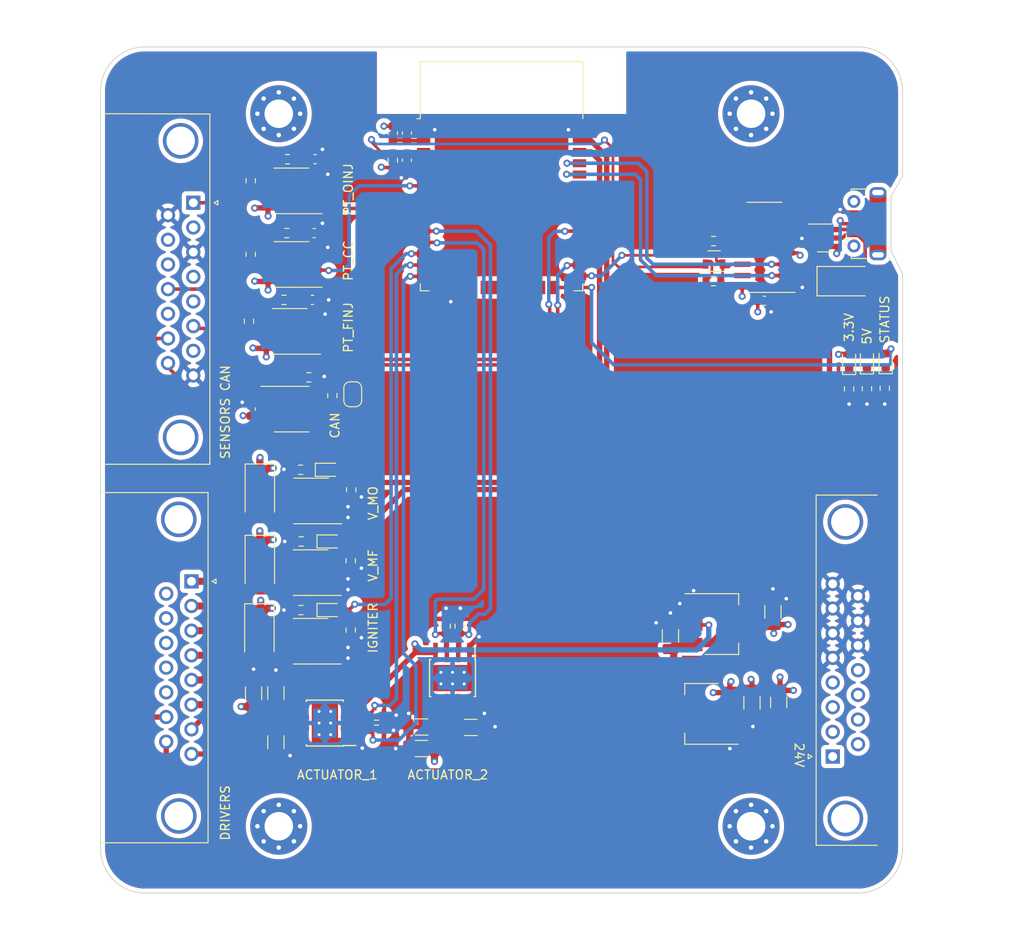
<source format=kicad_pcb>
(kicad_pcb (version 20211014) (generator pcbnew)
  (layers (0 "F.Cu" signal) (1 "In1.Cu" signal) (2 "In2.Cu" signal) (31 "B.Cu" signal) (34 "B.Paste" user) (35 "F.Paste" user) (36 "B.SilkS" user "B.Silkscreen") (37 "F.SilkS" user "F.Silkscreen") (38 "B.Mask" user) (39 "F.Mask" user) (44 "Edge.Cuts" user))
  (net 0 "")
  (net 1 "EN")
  (net 2 "GND")
  (net 3 "Net-(C2-Pad2)")
  (net 4 "+24V")
  (net 5 "Net-(C13-Pad1)")
  (net 6 "Net-(C14-Pad1)")
  (net 7 "+3V3")
  (net 8 "+5V")
  (net 9 "Net-(C12-Pad1)")
  (net 10 "Net-(D1-Pad1)")
  (net 11 "Net-(D2-Pad1)")
  (net 12 "V_MO_3.3V")
  (net 13 "Net-(D3-Pad1)")
  (net 14 "VBUS")
  (net 15 "Net-(D5-Pad1)")
  (net 16 "V_MF_3.3V")
  (net 17 "PT_OINJ")
  (net 18 "/D-")
  (net 19 "/D+")
  (net 20 "PT_OINJ_Filtered")
  (net 21 "PT_FINJ_Filtered")
  (net 22 "PT_CC_Filtered")
  (net 23 "CAN-")
  (net 24 "Net-(JP1-Pad2)")
  (net 25 "/RTS")
  (net 26 "Net-(Q1-Pad2)")
  (net 27 "/DTR")
  (net 28 "BOOT")
  (net 29 "Net-(Q1-Pad5)")
  (net 30 "Net-(R10-Pad1)")
  (net 31 "CAN+")
  (net 32 "PT_CC")
  (net 33 "Net-(R17-Pad1)")
  (net 34 "Net-(R20-Pad1)")
  (net 35 "Net-(R21-Pad1)")
  (net 36 "PT_FINJ")
  (net 37 "V_MO_24V")
  (net 40 "Actuator_1_OUT1")
  (net 42 "Net-(D8-Pad1)")
  (net 43 "V_MF_24V")
  (net 44 "Actuator_1_OUT2")
  (net 52 "CAN_RX")
  (net 54 "CAN_TX")
  (net 55 "Igniter_24V")
  (net 58 "RX")
  (net 59 "TX")
  (net 60 "Actuator_2_OUT1")
  (net 62 "/UD+")
  (net 63 "/UD-")
  (net 71 "STATUS")
  (net 72 "Net-(D9-Pad1)")
  (net 73 "Actuator_2_OUT2")
  (net 74 "Net-(R9-Pad1)")
  (net 75 "+1GLV")
  (net 76 "Net-(R11-Pad1)")
  (net 77 "Net-(R14-Pad2)")
  (net 78 "Net-(R15-Pad2)")
  (net 79 "Net-(R16-Pad2)")
  (net 80 "Actuator_1_IN1")
  (net 81 "Actuator_2_IN1")
  (net 82 "Actuator_1_IN2")
  (net 83 "Actuator_2_IN2")
  (net 84 "IGNITER_3.3V")
  (footprint "Resistor_SMD:R_0603_1608Metric" (layer "F.Cu") (at 117.4855 110.727 180)
    (fp_text reference "R3" hide)
    (fp_text value "1k")
  )
  (footprint "Resistor_SMD:R_0603_1608Metric" (layer "F.Cu") (at 123.073 105.202 -90)
    (fp_text reference "R8" hide)
    (fp_text value "10k")
  )
  (footprint "Connector_USB:USB_Micro-B_Molex-105017-0001" (layer "F.Cu") (at 181 67.35 90)
    (fp_text reference "J1" hide)
    (fp_text value "USB_B")
  )
  (footprint "Resistor_SMD:R_0603_1608Metric" (layer "F.Cu") (at 125.973 124.1645)
    (fp_text reference "R25" hide)
    (fp_text value "10k")
  )
  (footprint "Resistor_SMD:R_0603_1608Metric" (layer "F.Cu") (at 127.8 60.225 90)
    (fp_text reference "R1" hide)
    (fp_text value "10k")
  )
  (footprint "Jumper:SolderJumper-2_P1.3mm_Open_RoundedPad1.0x1.5mm" (layer "F.Cu") (at 123.3 86.5 90)
    (fp_text reference "JP1" hide)
    (fp_text value "CAN_TERMINATION")
  )
  (footprint "Inductor_SMD:L_0603_1608Metric" (layer "F.Cu") (at 127.8 57.1875 -90)
    (fp_text reference "FB1" hide)
    (fp_text value "1.2k@100MHz")
  )
  (footprint "LED_SMD:LED_0603_1608Metric" (layer "F.Cu") (at 179 82.8 90)
    (fp_text reference "D1" hide)
    (fp_text value "GREEN")
  )
  (footprint "Resistor_SMD:R_0603_1608Metric" (layer "F.Cu") (at 123.073 112.977 -90)
    (fp_text reference "R6" hide)
    (fp_text value "10k")
  )
  (footprint "Resistor_SMD:R_0603_1608Metric" (layer "F.Cu") (at 115.9 68.4)
    (fp_text reference "R20" hide)
    (fp_text value "1k")
  )
  (footprint "Resistor_SMD:R_0603_1608Metric" (layer "F.Cu") (at 111.85 70.782 90)
    (fp_text reference "R15" hide)
    (fp_text value "165")
  )
  (footprint "Capacitor_SMD:C_1206_3216Metric" (layer "F.Cu") (at 131.015 126.277 180)
    (fp_text reference "C3" hide)
    (fp_text value "47u")
  )
  (footprint "MountingHole:MountingHole_3.2mm_M3_Pad_Via" (layer "F.Cu") (at 168 135 90)
    (fp_text reference "REF**" hide)
    (fp_text value "MountingHole_3.2mm_M3_Pad_Via")
  )
  (footprint "Diode_SMD:D_SMA" (layer "F.Cu") (at 112.873 105.727 -90)
    (fp_text reference "D10" hide)
    (fp_text value "SS34")
  )
  (footprint "Package_SO:SOIC-8_3.9x4.9mm_P1.27mm" (layer "F.Cu") (at 118.626 98.477 180)
    (fp_text reference "Q3" hide)
    (fp_text value "Si4800BDY")
  )
  (footprint "Package_SO:Texas_HTSOP-8-1EP_3.9x4.9mm_P1.27mm_EP2.95x4.9mm_Mask2.4x3.1mm_ThermalVias" (layer "F.Cu") (at 120.173 123.4145 180)
    (fp_text reference "U3" hide)
    (fp_text value "DRV8870DDA")
  )
  (footprint "Package_SO:SOP-8_3.9x4.9mm_P1.27mm" (layer "F.Cu") (at 116.422 71.924 180)
    (fp_text reference "U9" hide)
    (fp_text value "LM358")
  )
  (footprint "Diode_SMD:D_SMA" (layer "F.Cu") (at 178.8 73.8)
    (fp_text reference "D4" hide)
    (fp_text value "SS34")
  )
  (footprint "Capacitor_SMD:C_1206_3216Metric" (layer "F.Cu") (at 158.95 113.625 90)
    (fp_text reference "C8" hide)
    (fp_text value "22uF")
  )
  (footprint "Package_TO_SOT_SMD:SOT-23-6" (layer "F.Cu") (at 176.2625 68.95)
    (fp_text reference "U11" hide)
    (fp_text value "USBLC6-2SC6" hide)
  )
  (footprint "Resistor_SMD:R_0603_1608Metric" (layer "F.Cu") (at 135.295 112.527 90)
    (fp_text reference "R26" hide)
    (fp_text value "10k")
  )
  (footprint "Resistor_SMD:R_0603_1608Metric" (layer "F.Cu") (at 111.656 78.295 90)
    (fp_text reference "R14" hide)
    (fp_text value "165")
  )
  (footprint "Capacitor_SMD:C_1206_3216Metric" (layer "F.Cu") (at 168.1 121.15 -90)
    (fp_text reference "C6" hide)
    (fp_text value "22uF")
  )
  (footprint "Capacitor_SMD:C_1206_3216Metric" (layer "F.Cu") (at 112.173 120.0645 90)
    (fp_text reference "C4" hide)
    (fp_text value "47u")
  )
  (footprint "LED_SMD:LED_0603_1608Metric" (layer "F.Cu") (at 120.773 110.727)
    (fp_text reference "D2" hide)
    (fp_text value "GREEN")
  )
  (footprint "Capacitor_SMD:C_0603_1608Metric" (layer "F.Cu") (at 129.375 57.175 -90)
    (fp_text reference "C2" hide)
    (fp_text value "0.1uF")
  )
  (footprint "LED_SMD:LED_0603_1608Metric" (layer "F.Cu") (at 181 82.7375 90)
    (fp_text reference "D9" hide)
    (fp_text value "GREEN")
  )
  (footprint "Resistor_SMD:R_0603_1608Metric" (layer "F.Cu") (at 121.014 86.642 -90)
    (fp_text reference "R12" hide)
    (fp_text value "120")
  )
  (footprint "Capacitor_SMD:C_1206_3216Metric" (layer "F.Cu") (at 170.45 110.925 90)
    (fp_text reference "C9" hide)
    (fp_text value "22uF")
  )
  (footprint "Capacitor_SMD:C_0603_1608Metric" (layer "F.Cu") (at 118.975 68.4)
    (fp_text reference "C13" hide)
    (fp_text value "0.1uF")
  )
  (footprint "Resistor_SMD:R_0603_1608Metric" (layer "F.Cu") (at 123.126 97.227 -90)
    (fp_text reference "R7" hide)
    (fp_text value "10k")
  )
  (footprint "Resistor_SMD:R_0603_1608Metric" (layer "F.Cu") (at 115.575 75.9)
    (fp_text reference "R17" hide)
    (fp_text value "1k")
  )
  (footprint "Connector_Dsub:DSUB-15_Male_Horizontal_P2.77x2.84mm_EdgePinOffset9.90mm_Housed_MountingHolesOffset11.32mm" (layer "F.Cu") (at 105.204331 107.5 -90)
    (fp_text reference "J5" hide)
    (fp_text value "Conn_02x08_Counter_Clockwise")
  )
  (footprint "Package_TO_SOT_SMD:SOT-223-3_TabPin2" (layer "F.Cu") (at 164.7 112.3)
    (fp_text reference "U7" hide)
    (fp_text value "AMS1117-3.3")
  )
  (footprint "Capacitor_SMD:C_0603_1608Metric" (layer "F.Cu") (at 169.5 76 180)
    (fp_text reference "C10" hide)
    (fp_text value "0.1uF")
  )
  (footprint "Fuse:Fuse_1206_3216Metric" (layer "F.Cu") (at 171.1 121.1 90)
    (fp_text reference "F1" hide)
    (fp_text value "1A")
  )
  (footprint "Resistor_SMD:R_0603_1608Metric" (layer "F.Cu") (at 125.973 122.5645)
    (fp_text reference "R23" hide)
    (fp_text value "10k")
  )
  (footprint "MountingHole:MountingHole_3.2mm_M3_Pad_Via" (layer "F.Cu") (at 168 55 90)
    (fp_text reference "REF**" hide)
    (fp_text value "MountingHole_3.2mm_M3_Pad_Via")
  )
  (footprint "Resistor_SMD:R_0603_1608Metric" (layer "F.Cu") (at 181 85.875 -90)
    (fp_text reference "R2" hide)
    (fp_text value "1k")
  )
  (footprint "Resistor_SMD:R_0603_1608Metric" (layer "F.Cu") (at 179 85.9 -90)
    (fp_text reference "R13" hide)
    (fp_text value "1k")
  )
  (footprint "Resistor_SMD:R_1206_3216Metric" (layer "F.Cu") (at 136.5355 123.909)
    (fp_text reference "R9" hide)
    (fp_text value "0.3")
  )
  (footprint "Capacitor_SMD:C_0603_1608Metric" (layer "F.Cu") (at 118.775 75.9)
    (fp_text reference "C12" hide)
    (fp_text value "0.1uF")
  )
  (footprint "Package_SO:Texas_HTSOP-8-1EP_3.9x4.9mm_P1.27mm_EP2.95x4.9mm_Mask2.4x3.1mm_ThermalVias" (layer "F.Cu") (at 134.495 118.367 -90)
    (fp_text reference "U2" hide)
    (fp_text value "DRV8870DDA")
  )
  (footprint "Capacitor_SMD:C_1206_3216Metric" (layer "F.Cu") (at 114.673 120.0395 90)
    (fp_text reference "C11" hide)
    (fp_text value "0.1u")
  )
  (footprint "Resistor_SMD:R_0603_1608Metric" (layer "F.Cu") (at 115.975 60.109)
    (fp_text reference "R21" hide)
    (fp_text value "1k")
  )
  (footprint "Resistor_SMD:R_0603_1608Metric" (layer "F.Cu") (at 183 85.825 -90)
    (fp_text reference "R22" hide)
    (fp_text value "1k")
  )
  (footprint "Resistor_SMD:R_0603_1608Metric" (layer "F.Cu") (at 133.723 112.542 90)
    (fp_text reference "R24" hide)
    (fp_text value "10k")
  )
  (footprint "Package_SO:SOP-8_3.9x4.9mm_P1.27mm" (layer "F.Cu") (at 116.409 63.665 180)
    (fp_text reference "U10" hide)
    (fp_text value "LM358")
  )
  (footprint "Capacitor_SMD:C_0603_1608Metric" (layer "F.Cu") (at 129.375 60.225 -90)
    (fp_text reference "C1" hide)
    (fp_text value "0.1uF")
  )
  (footprint "Resistor_SMD:R_0603_1608Metric" (layer "F.Cu") (at 163.775 73.8 180)
    (fp_text reference "R19" hide)
    (fp_text value "10k")
  )
  (footprint "Package_TO_SOT_SMD:SOT-223-3_TabPin2" (layer "F.Cu") (at 162.47 122.383 180)
    (fp_text reference "U6" hide)
    (fp_text value "AMS1117-5")
  )
  (footprint "Resistor_SMD:R_1206_3216Metric" (layer "F.Cu") (at 114.673 125.5645 -90)
    (fp_text reference "R10" hide)
    (fp_text value "0.3")
  )
  (footprint "Resistor_SMD:R_0603_1608Metric" (layer "F.Cu") (at 118.375 84.6)
    (fp_text reference "R11" hide)
    (fp_text value "10k")
  )
  (footprint "Resistor_SMD:R_0603_1608Metric" (layer "F.Cu") (at 117.448 94.977 180)
    (fp_text reference "R4" hide)
    (fp_text value "1k")
  )
  (footprint "Resistor_SMD:R_0603_1608Metric" (layer "F.Cu") (at 111.85 62.523 90)
    (fp_text reference "R16" hide)
    (fp_text value "165")
  )
  (footprint "Resistor_SMD:R_0603_1608Metric" (layer "F.Cu") (at 117.523 103.027 180)
    (fp_text reference "R5" hide)
    (fp_text value "1k")
  )
  (footprint "MountingHole:MountingHole_3.2mm_M3_Pad_Via" (layer "F.Cu") (at 115 55 90)
    (fp_text reference "REF**" hide)
    (fp_text value "MountingHole_3.2mm_M3_Pad_Via")
  )
  (footprint "MountingHole:MountingHole_3.2mm_M3_Pad_Via" (layer "F.Cu") (at 115 135 90)
    (fp_text reference "REF**" hide)
    (fp_text value "MountingHole_3.2mm_M3_Pad_Via")
  )
  (footprint "Package_SO:SOIC-8_3.9x4.9mm_P1.27mm" (layer "F.Cu") (at 118.573 106.527 180)
    (fp_text reference "Q4" hide)
    (fp_text value "Si4800BDY")
  )
  (footprint "LED_SMD:LED_0603_1608Metric" (layer "F.Cu") (at 120.773 103.027)
    (fp_text reference "D5" hide)
    (fp_text value "GREEN")
  )
  (footprint "RF_Module:ESP32-WROOM-32" (layer "F.Cu") (at 140 65)
    (fp_text reference "U1" hide)
    (fp_text value "ESP32-WROOM-32D")
  )
  (footprint "Package_SO:SOIC-8_3.9x4.9mm_P1.27mm" (layer "F.Cu") (at 116.442 88.166)
    (fp_text reference "U5" hide)
    (fp_text value "SN65HVD230")
  )
  (footprint "Package_SO:SOP-8_3.9x4.9mm_P1.27mm" (layer "F.Cu") (at 116.228 79.437 180)
    (fp_text reference "U4" hide)
    (fp_text value "LM358")
  )
  (footprint "Resistor_SMD:R_0603_1608Metric" (layer "F.Cu") (at 163.8 69.3 180)
    (fp_text reference "R18" hide)
    (fp_text value "10k")
  )
  (footprint "Connector_Dsub:DSUB-15_Male_Horizontal_P2.77x2.84mm_EdgePinOffset9.90mm_Housed_MountingHolesOffset11.32mm" (layer "F.Cu") (at 177.16 127.175 90)
    (fp_text reference "J3" hide)
    (fp_text value "Conn_02x08_Counter_Clockwise")
  )
  (footprint "Diode_SMD:D_SMA" (layer "F.Cu") (at 112.823 113.427 -90)
    (fp_text reference "D6" hide)
    (fp_text value "SS34")
  )
  (footprint "Capacitor_SMD:C_1206_3216Metric" (layer "F.Cu") (at 131.03 123.857 180)
    (fp_text reference "C5" hide)
    (fp_text value "0.1u")
  )
  (footprint "Capacitor_SMD:C_0603_1608Metric" (layer "F.Cu") (at 119.075 60.1)
    (fp_text reference "C14" hide)
    (fp_text value "0.1uF")
  )
  (footprint "Package_TO_SOT_SMD:SOT-363_SC-70-6" (layer "F.Cu") (at 163.85 71.55 180)
    (fp_text reference "Q1" hide)
    (fp_text value "BC847BS")
  )
  (footprint "Diode_SMD:D_SMA" (layer "F.Cu") (at 112.876 97.727 -90)
    (fp_text reference "D7" hide)
    (fp_text value "SS34")
  )
  (footprint "LED_SMD:LED_0603_1608Metric" (layer "F.Cu") (at 120.5855 94.977)
    (fp_text reference "D3" hide)
    (fp_text value "GREEN")
  )
  (footprint "Capacitor_SMD:C_0603_1608Metric" (layer "F.Cu") (at 111.87 88.153 -90)
    (fp_text reference "C7" hide)
    (fp_text value "0.1uF")
  )
  (footprint "Connector_Dsub:DSUB-15_Male_Horizontal_P2.77x2.84mm_EdgePinOffset9.90mm_Housed_MountingHolesOffset11.32mm" (layer "F.Cu") (at 105.41 65 -90)
    (fp_text reference "J4" hide)
    (fp_text value "Conn_02x08_Counter_Clockwise")
  )
  (footprint "Package_SO:SOIC-8_3.9x4.9mm_P1.27mm" (layer "F.Cu") (at 118.573 114.227 180)
    (fp_text reference "Q2" hide)
    (fp_text value "Si4800BDY")
  )
  (footprint "Package_SO:SOIC-16_3.9x9.9mm_P1.27mm" (layer "F.Cu") (at 169.5 70 180)
    (fp_text reference "U8" hide)
    (fp_text value "CH340C")
  )
  (footprint "LED_SMD:LED_0603_1608Metric" (layer "F.Cu") (at 183.1 82.7125 90)
    (fp_text reference "D8" hide)
    (fp_text value "GREEN")
  )
  (gr_line (start 100 142.5) (end 180 142.5) (layer "Edge.Cuts") (width 0.1))
  (gr_line (start 180 47.5) (end 100 47.5) (layer "Edge.Cuts") (width 0.1))
  (gr_line (start 183.7 70.4) (end 185 73) (layer "Edge.Cuts") (width 0.1))
  (gr_line (start 185 62) (end 183.7 64.3) (layer "Edge.Cuts") (width 0.1))
  (gr_line (start 185 137.5) (end 185 73) (layer "Edge.Cuts") (width 0.1))
  (gr_arc (start 180 47.5) (mid 183.535534 48.964466) (end 185 52.5) (layer "Edge.Cuts") (width 0.1))
  (gr_line (start 95 52.5) (end 95 137.5) (layer "Edge.Cuts") (width 0.1))
  (gr_arc (start 100 142.5) (mid 96.464466 141.035534) (end 95 137.5) (layer "Edge.Cuts") (width 0.1))
  (gr_arc (start 95 52.5) (mid 96.464466 48.964466) (end 100 47.5) (layer "Edge.Cuts") (width 0.1))
  (gr_line (start 183.7 64.3) (end 183.7 70.4) (layer "Edge.Cuts") (width 0.1))
  (gr_line (start 185 52.5) (end 185 62) (layer "Edge.Cuts") (width 0.1))
  (gr_arc (start 185 137.5) (mid 183.535534 141.035534) (end 180 142.5) (layer "Edge.Cuts") (width 0.1))
  (gr_text "3.3V" (at 179 79 90) (layer "F.SilkS") (effects (font (size 1 1))))
  (gr_text "V_MF\n" (at 125.573 105.727 90) (layer "F.SilkS") (effects (font (size 1 1))))
  (gr_text "24V" (at 173.4 127 270) (layer "F.SilkS") (effects (font (size 1 1))))
  (gr_text "SENSORS CAN" (at 109 88.5 90) (layer "F.SilkS") (effects (font (size 1 1))))
  (gr_text "CAN\n" (at 121.3 90 90) (layer "F.SilkS") (effects (font (size 1 1))))
  (gr_text "PT_FINJ\n" (at 122.8 79 90) (layer "F.SilkS") (effects (font (size 1 1))))
  (gr_text "5V" (at 181 80 90) (layer "F.SilkS") (effects (font (size 1 1))))
  (gr_text "PT_CC\n" (at 122.8 71.5 90) (layer "F.SilkS") (effects (font (size 1 1))))
  (gr_text "ACTUATOR_1" (at 121.573 129.227) (layer "F.SilkS") (effects (font (size 1 1))))
  (gr_text "PT_OINJ\n" (at 122.8 63.5 90) (layer "F.SilkS") (effects (font (size 1 1))))
  (gr_text "STATUS" (at 183 78.1 90) (layer "F.SilkS") (effects (font (size 1 1))))
  (gr_text "DRIVERS\n" (at 109 133.5 90) (layer "F.SilkS") (effects (font (size 1 1))))
  (gr_text "IGNITER" (at 125.573 112.727 90) (layer "F.SilkS") (effects (font (size 1 1))))
  (gr_text "V_MO\n" (at 125.573 98.727 90) (layer "F.SilkS") (effects (font (size 1 1))))
  (gr_text "ACTUATOR_2" (at 133.973 129.227) (layer "F.SilkS") (effects (font (size 1 1))))
  (segment (start 153.1 72.2) (end 152.7 71.8) (width 0.3) (layer "F.Cu") (net 1))
  (segment (start 126.6 59.4) (end 125.4 58.2) (width 0.3) (layer "F.Cu") (net 1))
  (segment (start 152.4 58.8) (end 151.55 57.95) (width 0.3) (layer "F.Cu") (net 1))
  (segment (start 125.4 58.2) (end 125.4 57.9) (width 0.3) (layer "F.Cu") (net 1))
  (segment (start 152.5 59.3) (end 152.5 58.9) (width 0.3) (layer "F.Cu") (net 1))
  (segment (start 126.6 59.4) (end 127.8 59.4) (width 0.3) (layer "F.Cu") (net 1))
  (segment (start 152.7 71.8) (end 152.5 71.6) (width 0.3) (layer "F.Cu") (net 1))
  (segment (start 129.375 59.45) (end 127.85 59.45) (width 0.4) (layer "F.Cu") (net 1))
  (segment (start 127.85 59.45) (end 127.8 59.4) (width 0.4) (layer "F.Cu") (net 1))
  (segment (start 131.25 59.29) (end 129.535 59.29) (width 0.4) (layer "F.Cu") (net 1))
  (segment (start 152.5 71.6) (end 152.5 59.3) (width 0.3) (layer "F.Cu") (net 1))
  (segment (start 129.535 59.29) (end 129.375 59.45) (width 0.4) (layer "F.Cu") (net 1))
  (segment (start 162.9 72.2) (end 153.1 72.2) (width 0.3) (layer "F.Cu") (net 1))
  (segment (start 152.5 58.9) (end 152.4 58.8) (width 0.3) (layer "F.Cu") (net 1))
  (via (at 151.55 57.95) (size 0.8) (drill 0.4) (layers "F.Cu" "B.Cu") (net 1))
  (via (at 125.4 57.9) (size 0.8) (drill 0.4) (layers "F.Cu" "B.Cu") (net 1))
  (segment (start 125.9 58.4) (end 125.4 57.9) (width 0.3) (layer "B.Cu") (net 1))
  (segment (start 151.1 58.4) (end 125.9 58.4) (width 0.3) (layer "B.Cu") (net 1))
  (segment (start 151.55 57.95) (end 151.1 58.4) (width 0.3) (layer "B.Cu") (net 1))
  (segment (start 120.481 70.019) (end 120.5 70) (width 0.4) (layer "F.Cu") (net 2))
  (segment (start 122.768 116.132) (end 122.773 116.127) (width 0.6) (layer "F.Cu") (net 2))
  (segment (start 137.998 123.909) (end 137.998 122.402) (width 0.6) (layer "F.Cu") (net 2))
  (segment (start 115.573 110.727) (end 116.6605 110.727) (width 0.6) (layer "F.Cu") (net 2))
  (segment (start 129.375 62.125) (end 129.3 62.2) (width 0.4) (layer "F.Cu") (net 2))
  (segment (start 126.8605 124.227) (end 126.798 124.1645) (width 0.4) (layer "F.Cu") (net 2))
  (segment (start 121.048 105.892) (end 122.938 105.892) (width 0.6) (layer "F.Cu") (net 2))
  (segment (start 121.053 108.427) (end 121.048 108.432) (width 0.6) (layer "F.Cu") (net 2))
  (segment (start 131.3 56.8) (end 131.25 56.75) (width 0.4) (layer "F.Cu") (net 2))
  (segment (start 170.755 74.445) (end 171.975 74.445) (width 0.4) (layer "F.Cu") (net 2))
  (segment (start 173.75 74.5) (end 172.03 74.5) (width 0.4) (layer "F.Cu") (net 2))
  (segment (start 110.922 87.378) (end 110.9 87.4) (width 0.4) (layer "F.Cu") (net 2))
  (segment (start 119.9 68.25) (end 119.75 68.4) (width 0.4) (layer "F.Cu") (net 2))
  (segment (start 122.916 97.842) (end 123.126 98.052) (width 0.6) (layer "F.Cu") (net 2))
  (segment (start 121.048 107.162) (end 122.708 107.162) (width 0.6) (layer "F.Cu") (net 2))
  (segment (start 170.25 76.025) (end 170.275 76) (width 0.4) (layer "F.Cu") (net 2))
  (segment (start 119.047 70.019) (end 120.481 70.019) (width 0.4) (layer "F.Cu") (net 2))
  (segment (start 178.3 66.05) (end 178 65.75) (width 0.4) (layer "F.Cu") (net 2))
  (segment (start 119.9 67.3) (end 119.9 68.25) (width 0.4) (layer "F.Cu") (net 2))
  (segment (start 131.25 56.75) (end 129.725 56.75) (width 0.4) (layer "F.Cu") (net 2))
  (segment (start 129.555 123.857) (end 129.555 122.345) (width 0.6) (layer "F.Cu") (net 2))
  (segment (start 170.45 109.45) (end 170.45 108.35) (width 0.6) (layer "F.Cu") (net 2))
  (segment (start 121.101 97.842) (end 121.101 99.112) (width 0.6) (layer "F.Cu") (net 2))
  (segment (start 137.998 123.909) (end 139.191 123.909) (width 0.6) (layer "F.Cu") (net 2))
  (segment (start 123.073 113.802) (end 124.248 113.802) (width 0.6) (layer "F.Cu") (net 2))
  (segment (start 121.048 113.592) (end 122.863 113.592) (width 0.6) (layer "F.Cu") (net 2))
  (segment (start 121.101 97.842) (end 122.916 97.842) (width 0.6) (layer "F.Cu") (net 2))
  (segment (start 122.863 113.592) (end 123.073 113.802) (width 0.6) (layer "F.Cu") (net 2))
  (segment (start 168.1 122.625) (end 168.1 123.7) (width 0.8) (layer "F.Cu") (net 2))
  (segment (start 120 84.6) (end 120.1 84.5) (width 0.4) (layer "F.Cu") (net 2))
  (segment (start 113.967 87.531) (end 112.023 87.531) (width 0.4) (layer "F.Cu") (net 2))
  (segment (start 121.048 114.862) (end 122.708 114.862) (width 0.6) (layer "F.Cu") (net 2))
  (segment (start 127.873 122.527) (end 126.8355 122.527) (width 0.4) (layer "F.Cu") (net 2))
  (segment (start 170.25 77.25) (end 170.25 76.025) (width 0.4) (layer "F.Cu") (net 2))
  (segment (start 114.7105 127.0645) (end 114.673 127.027) (width 0.6) (layer "F.Cu") (net 2))
  (segment (start 127.873 124.227) (end 126.8605 124.227) (width 0.4) (layer "F.Cu") (net 2))
  (segment (start 115.623 94.977) (end 115.573 94.927) (width 0.6) (layer "F.Cu") (net 2))
  (segment (start 179 86.725) (end 179 87.6) (width 0.6) (layer "F.Cu") (net 2))
  (segment (start 124.373 126.227) (end 124.373 125.727) (width 0.6) (layer "F.Cu") (net 2))
  (segment (start 122.718 100.382) (end 122.773 100.327) (width 0.6) (layer "F.Cu") (net 2))
  (segment (start 135.295 110.605) (end 135.373 110.527) (width 0.6) (layer "F.Cu") (net 2))
  (segment (start 158.95 112.15) (end 158.95 111.05) (width 0.6) (layer "F.Cu") (net 2))
  (segment (start 121.116 99.127) (end 121.101 99.112) (width 0.6) (layer "F.Cu") (net 2))
  (segment (start 122.938 105.892) (end 123.073 106.027) (width 0.6) (layer "F.Cu") (net 2))
  (segment (start 119.034 61.76) (end 120.46 61.76) (width 0.4) (layer "F.Cu") (net 2))
  (segment (start 165.62 124.683) (end 165.62 126.28) (width 0.8) (layer "F.Cu") (net 2))
  (segment (start 129.3 62.2) (end 128.75 62.2) (width 0.4) (layer "F.Cu") (net 2))
  (segment (start 119.55 75.9) (end 120.6 75.9) (width 0.4) (layer "F.Cu") (net 2))
  (segment (start 121.101 99.112) (end 121.101 100.382) (width 0.6) (layer "F.Cu") (net 2))
  (segment (start 119.9 60.05) (end 119.85 60.1) (width 0.4) (layer "F.Cu") (net 2))
  (segment (start 112.173 117.3645) (end 112.173 118.5895) (width 0.6) (layer "F.Cu") (net 2))
  (segment (start 170.275 74.925) (end 170.755 74.445) (width 0.4) (layer "F.Cu") (net 2))
  (segment (start 129.725 56.75) (end 129.375 56.4) (width 0.4) (layer "F.Cu") (net 2))
  (segment (start 128.373 126.227) (end 129.49 126.227) (width 0.6) (layer "F.Cu") (net 2))
  (segment (start 147.55 56.75) (end 147.5 56.8) (width 0.3) (layer "F.Cu") (net 2))
  (segment (start 129.555 122.345) (end 129.573 122.327) (width 0.6) (layer "F.Cu") (net 2))
  (segment (start 134.29 76.09) (end 134.3 76.1) (width 0.6) (layer "F.Cu") (net 2))
  (segment (start 120.168 77.532) (end 120.2 77.5) (width 0.4) (layer "F.Cu") (net 2))
  (segment (start 120.46 61.76) (end 120.5 61.8) (width 0.4) (layer "F.Cu") (net 2))
  (segment (start 168.1 123.7) (end 168.2 123.8) (width 0.8) (layer "F.Cu") (net 2))
  (segment (start 183 86.65) (end 183 87.6) (width 0.6) (layer "F.Cu") (net 2))
  (segment (start 124.273 98.027) (end 123.151 98.027) (width 0.6) (layer "F.Cu") (net 2))
  (segment (start 116.273 127.0645) (end 114.7105 127.0645) (width 0.6) (layer "F.Cu") (net 2))
  (segment (start 123.073 106.027) (end 124.273 106.027) (width 0.6) (layer "F.Cu") (net 2))
  (segment (start 112.023 87.531) (end 111.87 87.378) (width 0.4) (layer "F.Cu") (net 2))
  (segment (start 133.723 110.577) (end 133.773 110.527) (width 0.6) (layer "F.Cu") (net 2))
  (segment (start 122.773 99.127) (end 121.116 99.127) (width 0.6) (layer "F.Cu") (net 2))
  (segment (start 123.151 98.027) (end 123.126 98.052) (width 0.6) (layer "F.Cu") (net 2))
  (segment (start 129.49 126.227) (end 129.54 126.277) (width 0.6) (layer "F.Cu") (net 2))
  (segment (start 121.048 105.892) (end 121.048 108.432) (width 0.6) (layer "F.Cu") (net 2))
  (segment (start 123.9655 125.3195) (end 123.048 125.3195) (width 0.6) (layer "F.Cu") (net 2))
  (segment (start 119.2 84.6) (end 120 84.6) (width 0.4) (layer "F.Cu") (net 2))
  (segment (start 134.29 74.51) (end 134.29 76.09) (width 0.6) (layer "F.Cu") (net 2))
  (segment (start 122.708 107.162) (end 122.773 107.227) (width 0.6) (layer "F.Cu") (net 2))
  (segment (start 122.773 108.427) (end 121.053 108.427) (width 0.6) (layer "F.Cu") (net 2))
  (segment (start 124.248 113.802) (end 124.273 113.827) (width 0.6) (layer "F.Cu") (net 2))
  (segment (start 121.048 116.132) (end 122.768 116.132) (width 0.6) (layer "F.Cu") (net 2))
  (segment (start 114.673 117.4645) (end 114.673 118.5645) (width 0.6) (layer "F.Cu") (net 2))
  (segment (start 137.998 122.402) (end 138.073 122.327) (width 0.6) (layer "F.Cu") (net 2))
  (segment (start 136.4 114.8) (end 136.4 115.492) (width 0.6) (layer "F.Cu") (net 2))
  (segment (start 170.275 76) (end 170.275 74.925) (width 0.4) (layer "F.Cu") (net 2))
  (segment (start 116.623 94.977) (end 115.623 94.977) (width 0.6) (layer "F.Cu") (net 2))
  (segment (start 132.5 56.8) (end 131.3 56.8) (width 0.4) (layer "F.Cu") (net 2))
  (segment (start 124.373 125.727) (end 123.9655 125.3195) (width 0.6) (layer "F.Cu") (net 2))
  (segment (start 129.375 61) (end 129.375 62.125) (width 0.4) (layer "F.Cu") (net 2))
  (segment (start 118.853 77.532) (end 120.168 77.532) (width 0.4) (layer "F.Cu") (net 2))
  (segment (start 139.191 123.909) (end 139.273 123.827) (width 0.6) (layer "F.Cu") (net 2))
  (segment (start 161.55 110) (end 161.55 108.55) (width 0.6) (layer "F.Cu") (net 2))
  (segment (start 111.87 87.378) (end 110.922 87.378) (width 0.4) (layer "F.Cu") (net 2))
  (segment (start 173.75 68.95) (end 173.7 69) (width 0.3) (layer "F.Cu") (net 2))
  (segment (start 172.03 74.5) (end 171.975 74.445) (width 0.4) (layer "F.Cu") (net 2))
  (segment (start 116.698 103.027) (end 115.673 103.027) (width 0.6) (layer "F.Cu") (net 2))
  (segment (start 158.95 112.15) (end 157.35 112.15) (width 0.6) (layer "F.Cu") (net 2))
  (segment (start 148.75 56.75) (end 147.55 56.75) (width 0.3) (layer "F.Cu") (net 2))
  (segment (start 137.473 113.727) (end 136.4 114.8) (width 0.6) (layer "F.Cu") (net 2))
  (segment (start 170.45 109.45) (end 171.95 109.45) (width 0.6) (layer "F.Cu") (net 2))
  (segment (start 133.723 111.717) (end 133.723 110.577) (width 0.6) (layer "F.Cu") (net 2))
  (segment (start 179.5375 66.05) (end 178.3 66.05) (width 0.4) (layer "F.Cu") (net 2))
  (segment (start 175.125 68.95) (end 173.75 68.95) (width 0.3) (layer "F.Cu") (net 2))
  (segment (start 122.708 114.862) (end 122.773 114.927) (width 0.6) (layer "F.Cu") (net 2))
  (segment (start 161.55 110) (end 160 110) (width 0.6) (layer "F.Cu") (net 2))
  (segment (start 181 86.7) (end 181 87.6) (width 0.6) (layer "F.Cu") (net 2))
  (segment (start 121.101 100.382) (end 122.718 100.382) (width 0.6) (layer "F.Cu") (net 2))
  (segment (start 121.048 113.592) (end 121.048 116.132) (width 0.6) (layer "F.Cu") (net 2))
  (segment (start 119.9 59) (end 119.9 60.05) (width 0.4) (layer "F.Cu") (net 2))
  (segment (start 135.295 111.702) (end 135.295 110.605) (width 0.6) (layer "F.Cu") (net 2))
  (via (at 124.273 98.027) (size 0.8) (drill 0.4) (layers "F.Cu" "B.Cu") (net 2))
  (via (at 158.95 111.05) (size 0.8) (drill 0.4) (layers "F.Cu" "B.Cu") (net 2))
  (via (at 124.373 126.227) (size 0.8) (drill 0.4) (layers "F.Cu" "B.Cu") (net 2))
  (via (at 147.5 56.8) (size 0.8) (drill 0.4) (layers "F.Cu" "B.Cu") (net 2))
  (via (at 124.273 113.827) (size 0.8) (drill 0.4) (layers "F.Cu" "B.Cu") (net 2))
  (via (at 119.9 67.3) (size 0.8) (drill 0.4) (layers "F.Cu" "B.Cu") (net 2))
  (via (at 119.9 59) (size 0.8) (drill 0.4) (layers "F.Cu" "B.Cu") (net 2))
  (via (at 135.373 110.527) (size 0.8) (drill 0.4) (layers "F.Cu" "B.Cu") (net 2))
  (via (at 170.45 108.35) (size 0.8) (drill 0.4) (layers "F.Cu" "B.Cu") (net 2))
  (via (at 122.773 100.327) (size 0.8) (drill 0.4) (layers "F.Cu" "B.Cu") (net 2))
  (via (at 157.35 112.15) (size 0.8) (drill 0.4) (layers "F.Cu" "B.Cu") (net 2))
  (via (at 120.6 75.9) (size 0.8) (drill 0.4) (layers "F.Cu" "B.Cu") (net 2))
  (via (at 181 87.6) (size 0.8) (drill 0.4) (layers "F.Cu" "B.Cu") (net 2))
  (via (at 120.2 77.5) (size 0.8) (drill 0.4) (layers "F.Cu" "B.Cu") (net 2))
  (via (at 122.773 116.127) (size 0.8) (drill 0.4) (layers "F.Cu" "B.Cu") (net 2))
  (via (at 120.1 84.5) (size 0.8) (drill 0.4) (layers "F.Cu" "B.Cu") (net 2))
  (via (at 128.173 122.527) (size 0.8) (drill 0.4) (layers "F.Cu" "B.Cu") (net 2))
  (via (at 161.55 108.55) (size 0.8) (drill 0.4) (layers "F.Cu" "B.Cu") (net 2))
  (via (at 124.273 106.027) (size 0.8) (drill 0.4) (layers "F.Cu" "B.Cu") (net 2))
  (via (at 128.123 126.277) (size 0.8) (drill 0.4) (layers "F.Cu" "B.Cu") (net 2))
  (via (at 122.773 108.427) (size 0.8) (drill 0.4) (layers "F.Cu" "B.Cu") (net 2))
  (via (at 138.073 122.327) (size 0.8) (drill 0.4) (layers "F.Cu" "B.Cu") (net 2))
  (via (at 115.573 110.727) (size 0.8) (drill 0.4) (layers "F.Cu" "B.Cu") (net 2))
  (via (at 116.273 127.0645) (size 0.8) (drill 0.4) (layers "F.Cu" "B.Cu") (net 2))
  (via (at 120.5 61.8) (size 0.8) (drill 0.4) (layers "F.Cu" "B.Cu") (net 2))
  (via (at 179 87.6) (size 0.8) (drill 0.4) (layers "F.Cu" "B.Cu") (net 2))
  (via (at 171.95 109.45) (size 0.8) (drill 0.4) (layers "F.Cu" "B.Cu") (net 2))
  (via (at 112.173 117.3645) (size 0.8) (drill 0.4) (layers "F.Cu" "B.Cu") (net 2))
  (via (at 132.5 56.8) (size 0.8) (drill 0.4) (layers "F.Cu" "B.Cu") (net 2))
  (via (at 160 110) (size 0.8) (drill 0.4) (layers "F.Cu" "B.Cu") (net 2))
  (via (at 128.75 62.2) (size 0.8) (drill 0.4) (layers "F.Cu" "B.Cu") (net 2))
  (via (at 122.773 107.227) (size 0.8) (drill 0.4) (layers "F.Cu" "B.Cu") (net 2))
  (via (at 110.9 87.4) (size 0.8) (drill 0.4) (layers "F.Cu" "B.Cu") (net 2))
  (via (at 139.273 123.827) (size 0.8) (drill 0.4) (layers "F.Cu" "B.Cu") (net 2))
  (via (at 178 65.75) (size 0.8) (drill 0.4) (layers "F.Cu" "B.Cu") (net 2))
  (via (at 115.573 94.927) (size 0.8) (drill 0.4) (layers "F.Cu" "B.Cu") (net 2))
  (via (at 133.773 110.527) (size 0.8) (drill 0.4) (layers "F.Cu" "B.Cu") (net 2))
  (via (at 127.873 124.227) (size 0.8) (drill 0.4) (layers "F.Cu" "B.Cu") (net 2))
  (via (at 165.62 126.28) (size 0.8) (drill 0.4) (layers "F.Cu" "B.Cu") (net 2))
  (via (at 183 87.6) (size 0.8) (drill 0.4) (layers "F.Cu" "B.Cu") (net 2))
  (via (at 129.573 122.327) (size 0.8) (drill 0.4) (layers "F.Cu" "B.Cu") (net 2))
  (via (at 168.2 123.8) (size 0.8) (drill 0.4) (layers "F.Cu" "B.Cu") (net 2))
  (via (at 137.473 113.727) (size 0.8) (drill 0.4) (layers "F.Cu" "B.Cu") (net 2))
  (via (at 173.75 74.5) (size 0.8) (drill 0.4) (layers "F.Cu" "B.Cu") (net 2))
  (via (at 122.773 114.927) (size 0.8) (drill 0.4) (layers "F.Cu" "B.Cu") (net 2))
  (via (at 122.773 99.127) (size 0.8) (drill 0.4) (layers "F.Cu" "B.Cu") (net 2))
  (via (at 120.5 70) (size 0.8) (drill 0.4) (layers "F.Cu" "B.Cu") (net 2))
  (via (at 173.7 69) (size 0.8) (drill 0.4) (layers "F.Cu" "B.Cu") (net 2))
  (via (at 114.673 117.4645) (size 0.8) (drill 0.4) (layers "F.Cu" "B.Cu") (net 2))
  (via (at 115.673 103.027) (size 0.8) (drill 0.4) (layers "F.Cu" "B.Cu") (net 2))
  (via (at 134.3 76.1) (size 0.8) (drill 0.4) (layers "F.Cu" "B.Cu") (net 2))
  (via (at 170.25 77.25) (size 0.8) (drill 0.4) (layers "F.Cu" "B.Cu") (net 2))
  (segment (start 129.445 58.02) (end 129.375 57.95) (width 0.4) (layer "F.Cu") (net 3))
  (segment (start 129.35 57.975) (end 129.375 57.95) (width 0.4) (layer "F.Cu") (net 3))
  (segment (start 127.8 57.975) (end 129.35 57.975) (width 0.4) (layer "F.Cu") (net 3))
  (segment (start 131.25 58.02) (end 129.445 58.02) (width 0.4) (layer "F.Cu") (net 3))
  (segment (start 168.1 119.675) (end 168.1 118.6) (width 0.6) (layer "F.Cu") (net 4))
  (segment (start 112.329 73.829) (end 112.3 73.8) (width 0.6) (layer "F.Cu") (net 4))
  (segment (start 110.673 103.727) (end 112.873 103.727) (width 0.8) (layer "F.Cu") (net 4))
  (segment (start 110 104.4) (end 110.673 103.727) (width 0.8) (layer "F.Cu") (net 4))
  (segment (start 163.75 120) (end 165.537 120) (width 0.6) (layer "F.Cu") (net 4))
  (segment (start 112.148 121.5645) (end 112.173 121.5395) (width 0.8) (layer "F.Cu") (net 4))
  (segment (start 114.673 121.5145) (end 117.293 121.5145) (width 0.6) (layer "F.Cu") (net 4))
  (segment (start 108 107) (end 108 97) (width 0.8) (layer "F.Cu") (net 4))
  (segment (start 166.028 119.675) (end 165.62 120.083) (width 0.6) (layer "F.Cu") (net 4))
  (segment (start 172.75 119.75) (end 171.15 119.75) (width 0.6) (layer "F.Cu") (net 4))
  (segment (start 113.784 66.484) (end 113.8 66.5) (width 0.6) (layer "F.Cu") (net 4))
  (segment (start 168.1 119.675) (end 166.028 119.675) (width 0.6) (layer "F.Cu") (net 4))
  (segment (start 113.723 110.527) (end 112.823 111.427) (width 0.8) (layer "F.Cu") (net 4))
  (segment (start 112.142 81.342) (end 112.1 81.3) (width 0.6) (layer "F.Cu") (net 4))
  (segment (start 165.62 120.083) (end 165.62 118.88) (width 0.6) (layer "F.Cu") (net 4))
  (segment (start 112.973 109.627) (end 112.973 111.277) (width 0.8) (layer "F.Cu") (net 4))
  (segment (start 113.773 102.827) (end 112.873 103.727) (width 0.8) (layer "F.Cu") (net 4))
  (segment (start 112.973 111.277) (end 112.823 111.427) (width 0.8) (layer "F.Cu") (net 4))
  (segment (start 112.876 93.801) (end 112.873 93.798) (width 0.8) (layer "F.Cu") (net 4))
  (segment (start 107.36 113.04) (end 110 110.4) (width 0.8) (layer "F.Cu") (net 4))
  (segment (start 108 97) (end 109.273 95.727) (width 0.8) (layer "F.Cu") (net 4))
  (segment (start 117.293 121.5145) (end 117.298 121.5095) (width 0.6) (layer "F.Cu") (net 4))
  (segment (start 114.373 94.798) (end 113.805 94.798) (width 0.8) (layer "F.Cu") (net 4))
  (segment (start 112.173 121.5395) (end 114.648 121.5395) (width 0.6) (layer "F.Cu") (net 4))
  (segment (start 112.823 112.191214) (end 106.434214 118.58) (width 0.8) (layer "F.Cu") (net 4))
  (segment (start 112.876 95.727) (end 112.876 93.801) (width 0.8) (layer "F.Cu") (net 4))
  (segment (start 132.505 121.327) (end 132.59 121.242) (width 0.6) (layer "F.Cu") (net 4))
  (segment (start 168.125 119.7) (end 168.1 119.675) (width 0.6) (layer "F.Cu") (net 4))
  (segment (start 107.5 107.5) (end 108 107) (width 0.8) (layer "F.Cu") (net 4))
  (segment (start 165.62 120.083) (end 165.5 119.963) (width 0.8) (layer "F.Cu") (net 4))
  (segment (start 113.797 73.829) (end 113.797 74.797) (width 0.6) (layer "F.Cu") (net 4))
  (segment (start 171.1 119.7) (end 168.125 119.7) (width 0.6) (layer "F.Cu") (net 4))
  (segment (start 114.373 102.827) (end 113.773 102.827) (width 0.8) (layer "F.Cu") (net 4))
  (segment (start 112.823 111.427) (end 112.823 112.191214) (width 0.8) (layer "F.Cu") (net 4))
  (segment (start 165.537 120) (end 165.62 120.083) (width 0.6) (layer "F.Cu") (net 4))
  (segment (start 113.603 81.342) (end 113.603 82.297) (width 0.6) (layer "F.Cu") (net 4))
  (segment (start 113.784 65.57) (end 112.33 65.57) (width 0.6) (layer "F.Cu") (net 4))
  (segment (start 113.603 82.297) (end 113.6 82.3) (width 0.6) (layer "F.Cu") (net 4))
  (segment (start 113.784 65.57) (end 113.784 66.484) (width 0.6) (layer "F.Cu") (net 4))
  (segment (start 114.648 121.5395) (end 114.673 121.5145) (width 0.6) (layer "F.Cu") (net 4))
  (segment (start 171.15 119.75) (end 171.1 119.7) (width 0.6) (layer "F.Cu") (net 4))
  (segment (start 165.62 118.88) (end 165.75 118.75) (width 0.6) (layer "F.Cu") (net 4))
  (segment (start 105.204331 113.04) (end 107.36 113.04) (width 0.8) (layer "F.Cu") (net 4))
  (segment (start 105.204331 107.5) (end 107.5 107.5) (width 0.8) (layer "F.Cu") (net 4))
  (segment (start 113.603 81.342) (end 112.142 81.342) (width 0.6) (layer "F.Cu") (net 4))
  (segment (start 112.33 65.57) (end 112.3 65.6) (width 0.6) (layer "F.Cu") (net 4))
  (segment (start 132.473 127.727) (end 132.473 126.294) (width 0.8) (layer "F.Cu") (net 4))
  (segment (start 132.49 123.872) (end 132.505 123.857) (width 0.6) (layer "F.Cu") (net 4))
  (segment (start 132.49 126.277) (end 132.49 123.872) (width 0.6) (layer "F.Cu") (net 4))
  (segment (start 110 110.4) (end 110 104.4) (width 0.8) (layer "F.Cu") (net 4))
  (segment (start 109.273 95.727) (end 112.876 95.727) (width 0.8) (layer "F.Cu") (net 4))
  (segment (start 132.505 123.857) (end 132.505 121.327) (width 0.6) (layer "F.Cu") (net 4))
  (segment (start 113.797 73.829) (end 112.329 73.829) (width 0.6) (layer "F.Cu") (net 4))
  (segment (start 171.25 118.25) (end 171.25 119.55) (width 0.6) (layer "F.Cu") (net 4))
  (segment (start 113.797 74.797) (end 113.8 74.8) (width 0.6) (layer "F.Cu") (net 4))
  (segment (start 132.473 126.294) (end 132.49 126.277) (width 0.8) (layer "F.Cu") (net 4))
  (segment (start 110.773 121.5645) (end 112.148 121.5645) (width 0.8) (layer "F.Cu") (net 4))
  (segment (start 106.434214 118.58) (end 105.204331 118.58) (width 0.8) (layer "F.Cu") (net 4))
  (segment (start 113.805 94.798) (end 112.876 95.727) (width 0.8) (layer "F.Cu") (net 4))
  (segment (start 114.273 110.527) (end 113.723 110.527) (width 0.8) (layer "F.Cu") (net 4))
  (segment (start 171.25 119.55) (end 171.1 119.7) (width 0.6) (layer "F.Cu") (net 4))
  (segment (start 112.873 101.827) (end 112.873 103.727) (width 0.8) (layer "F.Cu") (net 4))
  (via (at 112.3 73.8) (size 0.8) (drill 0.4) (layers "F.Cu" "B.Cu") (net 4))
  (via (at 112.1 81.3) (size 0.8) (drill 0.4) (layers "F.Cu" "B.Cu") (net 4))
  (via (at 113.8 66.5) (size 0.8) (drill 0.4) (layers "F.Cu" "B.Cu") (net 4))
  (via (at 165.75 118.75) (size 0.8) (drill 0.4) (layers "F.Cu" "B.Cu") (net 4))
  (via (at 171.25 118.25) (size 0.8) (drill 0.4) (layers "F.Cu" "B.Cu") (net 4))
  (via (at 112.9 93.6) (size 0.8) (drill 0.4) (layers "F.Cu" "B.Cu") (net 4))
  (via (at 168 118.5) (size 0.8) (drill 0.4) (layers "F.Cu" "B.Cu") (net 4))
  (via (at 112.973 109.627) (size 0.8) (drill 0.4) (layers "F.Cu" "B.Cu") (net 4))
  (via (at 172.75 119.75) (size 0.8) (drill 0.4) (layers "F.Cu" "B.Cu") (net 4))
  (via (at 114.373 102.827) (size 0.8) (drill 0.4) (layers "F.Cu" "B.Cu") (net 4))
  (via (at 132.473 127.727) (size 0.8) (drill 0.4) (layers "F.Cu" "B.Cu") (net 4))
  (via (at 163.75 120) (size 0.8) (drill 0.4) (layers "F.Cu" "B.Cu") (net 4))
  (via (at 114.273 110.527) (size 0.8) (drill 0.4) (layers "F.Cu" "B.Cu") (net 4))
  (via (at 112.873 101.827) (size 0.8) (drill 0.4) (layers "F.Cu" "B.Cu") (net 4))
  (via (at 112.3 65.6) (size 0.8) (drill 0.4) (layers "F.Cu" "B.Cu") (net 4))
  (via (at 113.8 74.8) (size 0.8) (drill 0.4) (layers "F.Cu" "B.Cu") (net 4))
  (via (at 114.373 94.798) (size 0.8) (drill 0.4) (layers "F.Cu" "B.Cu") (net 4))
  (via (at 110.773 121.5645) (size 0.8) (drill 0.4) (layers "F.Cu" "B.Cu") (net 4))
  (via (at 113.6 82.3) (size 0.8) (drill 0.4) (layers "F.Cu" "B.Cu") (net 4))
  (segment (start 116.725 68.4) (end 116.725 70.725) (width 0.4) (layer "F.Cu") (net 5))
  (segment (start 116.725 70.725) (end 117.289 71.289) (width 0.4) (layer "F.Cu") (net 5))
  (segment (start 116.725 68.4) (end 118.2 68.4) (width 0.4) (layer "F.Cu") (net 5))
  (segment (start 117.289 71.289) (end 119.047 71.289) (width 0.4) (layer "F.Cu") (net 5))
  (segment (start 116.8 60.109) (end 116.8 62.5) (width 0.4) (layer "F.Cu") (net 6))
  (segment (start 116.8 62.5) (end 117.33 63.03) (width 0.4) (layer "F.Cu") (net 6))
  (segment (start 118.291 60.109) (end 118.3 60.1) (width 0.4) (layer "F.Cu") (net 6))
  (segment (start 116.8 60.109) (end 118.291 60.109) (width 0.4) (layer "F.Cu") (net 6))
  (segment (start 117.33 63.03) (end 119.034 63.03) (width 0.4) (layer "F.Cu") (net 6))
  (segment (start 168.75 76.025) (end 168.725 76) (width 0.4) (layer "F.Cu") (net 7))
  (segment (start 113.967 88.801) (end 111.997 88.801) (width 0.4) (layer "F.Cu") (net 7))
  (segment (start 167 75.5) (end 167 74.47) (width 0.4) (layer "F.Cu") (net 7))
  (segment (start 111.87 88.928) (end 111.028 88.928) (width 0.4) (layer "F.Cu") (net 7))
  (segment (start 168.345 74.445) (end 167.025 74.445) (width 0.4) (layer "F.Cu") (net 7))
  (segment (start 167.85 112.3) (end 170.35 112.3) (width 0.8) (layer "F.Cu") (net 7))
  (segment (start 170.45 112.4) (end 170.55 112.5) (width 0.6) (layer "F.Cu") (net 7))
  (segment (start 170.45 112.4) (end 170.5 112.35) (width 0.6) (layer "F.Cu") (net 7))
  (segment (start 171.75 112.35) (end 172.15 112.35) (width 0.6) (layer "F.Cu") (net 7))
  (segment (start 179 82.0125) (end 177.8125 82.0125) (width 0.6) (layer "F.Cu") (net 7))
  (segment (start 168.75 77.25) (end 168.75 76.025) (width 0.4) (layer "F.Cu") (net 7))
  (segment (start 161.65 112.4) (end 161.55 112.3) (width 0.4) (layer "F.Cu") (net 7))
  (segment (start 111.997 88.801) (end 111.87 88.928) (width 0.4) (layer "F.Cu") (net 7))
  (segment (start 173.3 70.7) (end 173.5 70.9) (width 0.4) (layer "F.Cu") (net 7))
  (segment (start 168.725 74.825) (end 168.345 74.445) (width 0.4) (layer "F.Cu") (net 7))
  (segment (start 170.5 112.35) (end 171.75 112.35) (width 0.6) (layer "F.Cu") (net 7))
  (segment (start 168.725 76) (end 168.725 74.825) (width 0.4) (layer "F.Cu") (net 7))
  (segment (start 130.308 114.562) (end 130.273 114.527) (width 0.6) (layer "F.Cu") (net 7))
  (segment (start 163.25 112.4) (end 161.65 112.4) (width 0.4) (layer "F.Cu") (net 7))
  (segment (start 127.8 61.05) (end 126.55 61.05) (width 0.4) (layer "F.Cu") (net 7))
  (segment (start 127.8 56.4) (end 126.8 56.4) (width 0.4) (layer "F.Cu") (net 7))
  (segment (start 130.308 115.492) (end 130.308 114.562) (width 0.6) (layer "F.Cu") (net 7))
  (segment (start 167 74.47) (end 167.025 74.445) (width 0.4) (layer "F.Cu") (net 7))
  (segment (start 170.55 112.5) (end 170.55 113.35) (width 0.6) (layer "F.Cu") (net 7))
  (segment (start 124.2905 121.5095) (end 130.308 115.492) (width 0.6) (layer "F.Cu") (net 7))
  (segment (start 171.975 70.635) (end 173.235 70.635) (width 0.4) (layer "F.Cu") (net 7))
  (segment (start 111.028 88.928) (end 111 88.9) (width 0.4) (layer "F.Cu") (net 7))
  (segment (start 123.048 121.5095) (end 124.2905 121.5095) (width 0.6) (layer "F.Cu") (net 7))
  (segment (start 173.235 70.635) (end 173.3 70.7) (width 0.4) (layer "F.Cu") (net 7))
  (segment (start 130.308 115.492) (end 132.59 115.492) (width 0.6) (layer "F.Cu") (net 7))
  (via (at 111 88.9) (size 0.8) (drill 0.4) (layers "F.Cu" "B.Cu") (net 7))
  (via (at 173.5 70.9) (size 0.8) (drill 0.4) (layers "F.Cu" "B.Cu") (net 7))
  (via (at 167 75.5) (size 0.8) (drill 0.4) (layers "F.Cu" "B.Cu") (net 7))
  (via (at 172.15 112.35) (size 0.8) (drill 0.4) (layers "F.Cu" "B.Cu") (net 7))
  (via (at 126.5 61) (size 0.8) (drill 0.4) (layers "F.Cu" "B.Cu") (net 7))
  (via (at 130.273 114.527) (size 0.8) (drill 0.4) (layers "F.Cu" "B.Cu") (net 7))
  (via (at 163.25 112.4) (size 0.8) (drill 0.4) (layers "F.Cu" "B.Cu") (net 7))
  (via (at 177.8125 82.0125) (size 0.8) (drill 0.4) (layers "F.Cu" "B.Cu") (net 7))
  (via (at 126.8 56.4) (size 0.8) (drill 0.4) (layers "F.Cu" "B.Cu") (net 7))
  (via (at 170.55 113.35) (size 0.8) (drill 0.4) (layers "F.Cu" "B.Cu") (net 7))
  (via (at 168.75 77.25) (size 0.8) (drill 0.4) (layers "F.Cu" "B.Cu") (net 7))
  (segment (start 163.25 113.85) (end 163.25 112.4) (width 0.6) (layer "B.Cu") (net 7))
  (segment (start 161.9 115.2) (end 163.25 113.85) (width 0.6) (layer "B.Cu") (net 7))
  (segment (start 130.273 114.527) (end 130.946 115.2) (width 0.6) (layer "B.Cu") (net 7))
  (segment (start 130.946 115.2) (end 161.9 115.2) (width 0.6) (layer "B.Cu") (net 7))
  (segment (start 164.75 98.25) (end 164.75 113.15) (width 0.6) (layer "F.Cu") (net 8))
  (segment (start 163.3 114.6) (end 161.55 114.6) (width 0.6) (layer "F.Cu") (net 8))
  (segment (start 181 80.8) (end 181 81.95) (width 0.6) (layer "F.Cu") (net 8))
  (segment (start 159.32 122.383) (end 159.32 115.47) (width 0.8) (layer "F.Cu") (net 8))
  (segment (start 174.6 97) (end 166 97) (width 0.6) (layer "F.Cu") (net 8))
  (segment (start 165.62 122.383) (end 159.32 122.383) (width 0.8) (layer "F.Cu") (net 8))
  (segment (start 178.5 80.7) (end 180.9 80.7) (width 0.6) (layer "F.Cu") (net 8))
  (segment (start 176.8 79) (end 178.5 80.7) (width 0.6) (layer "F.Cu") (net 8))
  (segment (start 176.8 73.8) (end 176.8 79) (width 0.6) (layer "F.Cu") (net 8))
  (segment (start 176.8 79) (end 176.8 94.8) (width 0.6) (layer "F.Cu") (net 8))
  (segment (start 159.32 115.47) (end 158.95 115.1) (width 0.8) (layer "F.Cu") (net 8))
  (segment (start 166 97) (end 164.75 98.25) (width 0.6) (layer "F.Cu") (net 8))
  (segment (start 161.4 114.75) (end 161.55 114.6) (width 0.8) (layer "F.Cu") (net 8))
  (segment (start 180.9 80.7) (end 181 80.8) (width 0.6) (layer "F.Cu") (net 8))
  (segment (start 159.3 114.75) (end 161.4 114.75) (width 0.8) (layer "F.Cu") (net 8))
  (segment (start 164.75 113.15) (end 163.3 114.6) (width 0.6) (layer "F.Cu") (net 8))
  (segment (start 176.8 94.8) (end 174.6 97) (width 0.6) (layer "F.Cu") (net 8))
  (segment (start 158.95 115.1) (end 159.3 114.75) (width 0.8) (layer "F.Cu") (net 8))
  (segment (start 116.602 78.802) (end 118.853 78.802) (width 0.4) (layer "F.Cu") (net 9))
  (segment (start 116.4 75.9) (end 116.4 78.6) (width 0.4) (layer "F.Cu") (net 9))
  (segment (start 116.4 78.6) (end 116.602 78.802) (width 0.4) (layer "F.Cu") (net 9))
  (segment (start 116.4 75.9) (end 118 75.9) (width 0.4) (layer "F.Cu") (net 9))
  (segment (start 179 83.5875) (end 179 85.075) (width 0.6) (layer "F.Cu") (net 10))
  (segment (start 118.3105 110.727) (end 119.9855 110.727) (width 0.6) (layer "F.Cu") (net 11))
  (segment (start 151 60.25) (end 150.04 59.29) (width 0.6) (layer "F.Cu") (net 12))
  (segment (start 122.956 96.572) (end 123.126 96.402) (width 0.6) (layer "F.Cu") (net 12))
  (segment (start 121.101 96.572) (end 122.956 96.572) (width 0.6) (layer "F.Cu") (net 12))
  (segment (start 123.126 95.68) (end 122.423 94.977) (width 0.6) (layer "F.Cu") (net 12))
  (segment (start 150.598 96.402) (end 151 96) (width 0.6) (layer "F.Cu") (net 12))
  (segment (start 123.126 96.402) (end 123.126 95.68) (width 0.6) (layer "F.Cu") (net 12))
  (segment (start 121.823 94.977) (end 121.373 94.977) (width 0.6) (layer "F.Cu") (net 12))
  (segment (start 123.126 96.402) (end 150.598 96.402) (width 0.6) (layer "F.Cu") (net 12))
  (segment (start 122.423 94.977) (end 121.823 94.977) (width 0.6) (layer "F.Cu") (net 12))
  (segment (start 151 96) (end 151 60.25) (width 0.6) (layer "F.Cu") (net 12))
  (segment (start 150.04 59.29) (end 148.75 59.29) (width 0.6) (layer "F.Cu") (net 12))
  (segment (start 119.798 94.977) (end 118.273 94.977) (width 0.6) (layer "F.Cu") (net 13))
  (segment (start 177.4 68.95) (end 178.25 68.95) (width 0.4) (layer "F.Cu") (net 14))
  (segment (start 180.8 69.4375) (end 180.8 73.8) (width 0.4) (layer "F.Cu") (net 14))
  (segment (start 180.0125 68.65) (end 180.8 69.4375) (width 0.4) (layer "F.Cu") (net 14))
  (segment (start 178.25 68.95) (end 178.55 68.65) (width 0.4) (layer "F.Cu") (net 14))
  (segment (start 178.55 68.65) (end 179.5375 68.65) (width 0.4) (layer "F.Cu") (net 14))
  (segment (start 179.5375 68.65) (end 180.0125 68.65) (width 0.4) (layer "F.Cu") (net 14))
  (segment (start 118.348 103.027) (end 119.9855 103.027) (width 0.6) (layer "F.Cu") (net 15))
  (segment (start 151.8 96.33137) (end 151.8 59.8) (width 0.6) (layer "F.Cu") (net 16))
  (segment (start 150.02 58.02) (end 148.75 58.02) (width 0.6) (layer "F.Cu") (net 16))
  (segment (start 122.923 103.377) (end 129.098 97.202) (width 0.6) (layer "F.Cu") (net 16))
  (segment (start 122.828 104.622) (end 123.073 104.377) (width 0.6) (layer "F.Cu") (net 16))
  (segment (start 129.098 97.202) (end 150.929371 97.202) (width 0.6) (layer "F.Cu") (net 16))
  (segment (start 150.929371 97.202) (end 151.8 96.33137) (width 0.6) (layer "F.Cu") (net 16))
  (segment (start 151.8 59.8) (end 150.02 58.02) (width 0.6) (layer "F.Cu") (net 16))
  (segment (start 122.573 103.027) (end 121.5605 103.027) (width 0.6) (layer "F.Cu") (net 16))
  (segment (start 121.048 104.622) (end 122.828 104.622) (width 0.6) (layer "F.Cu") (net 16))
  (segment (start 123.073 104.377) (end 123.073 103.527) (width 0.6) (layer "F.Cu") (net 16))
  (segment (start 123.073 103.527) (end 122.923 103.377) (width 0.6) (layer "F.Cu") (net 16))
  (segment (start 122.923 103.377) (end 122.573 103.027) (width 0.6) (layer "F.Cu") (net 16))
  (segment (start 111.85 63.348) (end 110.198 65) (width 0.4) (layer "F.Cu") (net 17))
  (segment (start 110.198 65) (end 105.41 65) (width 0.4) (layer "F.Cu") (net 17))
  (segment (start 179.5375 68) (end 177.4 68) (width 0.4) (layer "F.Cu") (net 18))
  (segment (start 179.5375 67.35) (end 178.35 67.35) (width 0.4) (layer "F.Cu") (net 19))
  (segment (start 177.4 69.9) (end 177.6 70.1) (width 0.4) (layer "F.Cu") (net 19))
  (segment (start 177.6 70.1) (end 177.6 70.7) (width 0.4) (layer "F.Cu") (net 19))
  (segment (start 178.35 67.35) (end 178 67) (width 0.4) (layer "F.Cu") (net 19))
  (via (at 178 67) (size 0.8) (drill 0.4) (layers "F.Cu" "B.Cu") (net 19))
  (via (at 177.6 70.7) (size 0.8) (drill 0.4) (layers "F.Cu" "B.Cu") (net 19))
  (segment (start 178 67) (end 178 70.3) (width 0.4) (layer "B.Cu") (net 19))
  (segment (start 178 70.3) (end 177.6 70.7) (width 0.4) (layer "B.Cu") (net 19))
  (segment (start 120.6 64.3) (end 121.94 65.64) (width 0.4) (layer "F.Cu") (net 20))
  (segment (start 119.034 64.3) (end 120.6 64.3) (width 0.4) (layer "F.Cu") (net 20))
  (segment (start 119.034 65.57) (end 119.034 64.3) (width 0.4) (layer "F.Cu") (net 20))
  (segment (start 121.94 65.64) (end 131.25 65.64) (width 0.4) (layer "F.Cu") (net 20))
  (segment (start 120.428 80.072) (end 123.8 76.7) (width 0.4) (layer "F.Cu") (net 21))
  (segment (start 118.853 80.072) (end 118.853 81.342) (width 0.4) (layer "F.Cu") (net 21))
  (segment (start 124.49 66.91) (end 131.25 66.91) (width 0.4) (layer "F.Cu") (net 21))
  (segment (start 123.8 76.7) (end 123.8 67.6) (width 0.4) (layer "F.Cu") (net 21))
  (segment (start 123.8 67.6) (end 124.49 66.91) (width 0.4) (layer "F.Cu") (net 21))
  (segment (start 118.853 80.072) (end 120.428 80.072) (width 0.4) (layer "F.Cu") (net 21))
  (segment (start 119.047 72.559) (end 120.559 72.559) (width 0.4) (layer "F.Cu") (net 22))
  (segment (start 131.25 63.1) (end 129.7 63.1) (width 0.4) (layer "F.Cu") (net 22))
  (segment (start 120.559 72.559) (end 120.6 72.6) (width 0.4) (layer "F.Cu") (net 22))
  (segment (start 119.047 73.829) (end 119.047 72.559) (width 0.4) (layer "F.Cu") (net 22))
  (via (at 120.6 72.6) (size 0.8) (drill 0.4) (layers "F.Cu" "B.Cu") (net 22))
  (via (at 129.7 63.1) (size 0.8) (drill 0.4) (layers "F.Cu" "B.Cu") (net 22))
  (segment (start 122.9 71.9) (end 122.9 64.2) (width 0.4) (layer "B.Cu") (net 22))
  (segment (start 124 63.1) (end 129.7 63.1) (width 0.4) (layer "B.Cu") (net 22))
  (segment (start 122.2 72.6) (end 122.9 71.9) (width 0.4) (layer "B.Cu") (net 22))
  (segment (start 122.9 64.2) (end 124 63.1) (width 0.4) (layer "B.Cu") (net 22))
  (segment (start 120.6 72.6) (end 122.2 72.6) (width 0.4) (layer "B.Cu") (net 22))
  (segment (start 102.57 80.235) (end 101.365 80.235) (width 0.4) (layer "F.Cu") (net 23))
  (segment (start 116.7 90.497056) (end 116.7 88.8) (width 0.4) (layer "F.Cu") (net 23))
  (segment (start 101.365 80.235) (end 100.8 80.8) (width 0.4) (layer "F.Cu") (net 23))
  (segment (start 115.797056 91.4) (end 116.7 90.497056) (width 0.4) (layer "F.Cu") (net 23))
  (segment (start 117.799 88.801) (end 118.917 88.801) (width 0.4) (layer "F.Cu") (net 23))
  (segment (start 123.3 87.15) (end 123.3 88.1) (width 0.4) (layer "F.Cu") (net 23))
  (segment (start 100.8 80.8) (end 100.8 84.2) (width 0.4) (layer "F.Cu") (net 23))
  (segment (start 122.599 88.801) (end 118.917 88.801) (width 0.4) (layer "F.Cu") (net 23))
  (segment (start 116.7 88.8) (end 117.798 88.8) (width 0.4) (layer "F.Cu") (net 23))
  (segment (start 117.798 88.8) (end 117.799 88.801) (width 0.4) (layer "F.Cu") (net 23))
  (segment (start 109.567943 91.4) (end 115.797056 91.4) (width 0.4) (layer "F.Cu") (net 23))
  (segment (start 102.667943 84.5) (end 109.567943 91.4) (width 0.4) (layer "F.Cu") (net 23))
  (segment (start 123.3 88.1) (end 122.599 88.801) (width 0.4) (layer "F.Cu") (net 23))
  (segment (start 101.1 84.5) (end 102.667943 84.5) (width 0.4) (layer "F.Cu") (net 23))
  (segment (start 100.8 84.2) (end 101.1 84.5) (width 0.4) (layer "F.Cu") (net 23))
  (segment (start 123.267 85.817) (end 123.3 85.85) (width 0.4) (layer "F.Cu") (net 24))
  (segment (start 121.014 85.817) (end 123.267 85.817) (width 0.4) (layer "F.Cu") (net 24))
  (segment (start 164.8 73.6) (end 164.6 73.8) (width 0.3) (layer "F.Cu") (net 25))
  (segment (start 164.8 72.2) (end 164.8 73.6) (width 0.3) (layer "F.Cu") (net 25))
  (segment (start 165.5 72.2) (end 164.8 72.2) (width 0.3) (layer "F.Cu") (net 25))
  (segment (start 165.795 71.905) (end 165.5 72.2) (width 0.3) (layer "F.Cu") (net 25))
  (segment (start 167.025 71.905) (end 165.795 71.905) (width 0.3) (layer "F.Cu") (net 25))
  (segment (start 164.15 71.55) (end 164.8 71.55) (width 0.3) (layer "F.Cu") (net 26))
  (segment (start 162.975 69.3) (end 162.975 69.575) (width 0.3) (layer "F.Cu") (net 26))
  (segment (start 164.1 70.7) (end 164.1 71.5) (width 0.3) (layer "F.Cu") (net 26))
  (segment (start 162.975 69.575) (end 164.1 70.7) (width 0.3) (layer "F.Cu") (net 26))
  (segment (start 164.1 71.5) (end 164.15 71.55) (width 0.3) (layer "F.Cu") (net 26))
  (segment (start 165.065 70.635) (end 164.8 70.9) (width 0.3) (layer "F.Cu") (net 27))
  (segment (start 167.025 70.635) (end 165.065 70.635) (width 0.3) (layer "F.Cu") (net 27))
  (segment (start 164.625 69.3) (end 164.625 70.725) (width 0.3) (layer "F.Cu") (net 27))
  (segment (start 164.625 70.725) (end 164.8 70.9) (width 0.3) (layer "F.Cu") (net 27))
  (segment (start 150.1 73.2) (end 148.81 73.2) (width 0.4) (layer "F.Cu") (net 28))
  (segment (start 148.81 73.2) (end 148.75 73.26) (width 0.4) (layer "F.Cu") (net 28))
  (segment (start 162.9 70.9) (end 153.5 70.9) (width 0.3) (layer "F.Cu") (net 28))
  (via (at 153.5 70.9) (size 0.8) (drill 0.4) (layers "F.Cu" "B.Cu") (net 28))
  (via (at 150.1 73.2) (size 0.8) (drill 0.4) (layers "F.Cu" "B.Cu") (net 28))
  (segment (start 150.1 73.2) (end 151.2 73.2) (width 0.4) (layer "B.Cu") (net 28))
  (segment (start 151.2 73.2) (end 153.5 70.9) (width 0.4) (layer "B.Cu") (net 28))
  (segment (start 163.6 73.15) (end 163.6 71.675) (width 0.3) (layer "F.Cu") (net 29))
  (segment (start 163.475 71.55) (end 162.9 71.55) (width 0.3) (layer "F.Cu") (net 29))
  (segment (start 163.6 71.675) (end 163.475 71.55) (width 0.3) (layer "F.Cu") (net 29))
  (segment (start 162.95 73.8) (end 163.6 73.15) (width 0.3) (layer "F.Cu") (net 29))
  (segment (start 117.2455 124.102) (end 117.298 124.0495) (width 0.6) (layer "F.Cu") (net 30))
  (segment (start 114.673 124.102) (end 117.2455 124.102) (width 0.6) (layer "F.Cu") (net 30))
  (segment (start 102.57 83.47) (end 102.57 83.005) (width 0.4) (layer "F.Cu") (net 31))
  (segment (start 116.1 87.7) (end 116.1 90.248528) (width 0.4) (layer "F.Cu") (net 31))
  (segment (start 109.871 90.771) (end 102.57 83.47) (width 0.4) (layer "F.Cu") (net 31))
  (segment (start 116.269 87.531) (end 116.1 87.7) (width 0.4) (layer "F.Cu") (net 31))
  (segment (start 118.917 87.531) (end 120.95 87.531) (width 0.4) (layer "F.Cu") (net 31))
  (segment (start 118.917 87.531) (end 116.269 87.531) (width 0.4) (layer "F.Cu") (net 31))
  (segment (start 120.95 87.531) (end 121.014 87.467) (width 0.4) (layer "F.Cu") (net 31))
  (segment (start 115.577528 90.771) (end 109.871 90.771) (width 0.4) (layer "F.Cu") (net 31))
  (segment (start 116.1 90.248528) (end 115.577528 90.771) (width 0.4) (layer "F.Cu") (net 31))
  (segment (start 111.85 72.45) (end 109.605 74.695) (width 0.4) (layer "F.Cu") (net 32))
  (segment (start 109.605 74.695) (end 102.57 74.695) (width 0.4) (layer "F.Cu") (net 32))
  (segment (start 111.85 71.607) (end 111.85 72.45) (width 0.4) (layer "F.Cu") (net 32))
  (segment (start 115 79.5) (end 115 76.15) (width 0.4) (layer "F.Cu") (net 33))
  (segment (start 113.603 80.072) (end 114.428 80.072) (width 0.4) (layer "F.Cu") (net 33))
  (segment (start 115 76.15) (end 114.75 75.9) (width 0.4) (layer "F.Cu") (net 33))
  (segment (start 113.603 78.802) (end 113.603 80.072) (width 0.4) (layer "F.Cu") (net 33))
  (segment (start 114.428 80.072) (end 115 79.5) (width 0.4) (layer "F.Cu") (net 33))
  (segment (start 114.641 72.559) (end 113.797 72.559) (width 0.4) (layer "F.Cu") (net 34))
  (segment (start 115.1 72.1) (end 114.641 72.559) (width 0.4) (layer "F.Cu") (net 34))
  (segment (start 113.797 72.559) (end 113.797 71.289) (width 0.4) (layer "F.Cu") (net 34))
  (segment (start 115.075 68.4) (end 115.1 68.425) (width 0.4) (layer "F.Cu") (net 34))
  (segment (start 115.1 68.425) (end 115.1 72.1) (width 0.4) (layer "F.Cu") (net 34))
  (segment (start 115.2 60.159) (end 115.2 64) (width 0.4) (layer "F.Cu") (net 35))
  (segment (start 115.2 64) (end 114.9 64.3) (width 0.4) (layer "F.Cu") (net 35))
  (segment (start 114.9 64.3) (end 113.784 64.3) (width 0.4) (layer "F.Cu") (net 35))
  (segment (start 113.784 63.03) (end 113.784 64.3) (width 0.4) (layer "F.Cu") (net 35))
  (segment (start 115.15 60.109) (end 115.2 60.159) (width 0.4) (layer "F.Cu") (net 35))
  (segment (start 105.66 79.1) (end 105.41 78.85) (width 0.4) (layer "F.Cu") (net 36))
  (segment (start 106.62 79.12) (end 106.6 79.1) (width 0.4) (layer "F.Cu") (net 36))
  (segment (start 106.6 79.1) (end 105.66 79.1) (width 0.4) (layer "F.Cu") (net 36))
  (segment (start 111.656 79.12) (end 106.62 79.12) (width 0.4) (layer "F.Cu") (net 36))
  (segment (start 109.173 99.727) (end 112.876 99.727) (width 0.8) (layer "F.Cu") (net 37))
  (segment (start 109 108.9) (end 109 99.9) (width 0.8) (layer "F.Cu") (net 37))
  (segment (start 113.531 100.382) (end 112.876 99.727) (width 0.8) (layer "F.Cu") (net 37))
  (segment (start 116.151 96.572) (end 116.151 100.382) (width 0.8) (layer "F.Cu") (net 37))
  (segment (start 107.63 110.27) (end 109 108.9) (width 0.8) (layer "F.Cu") (net 37))
  (segment (start 109 99.9) (end 109.173 99.727) (width 0.8) (layer "F.Cu") (net 37))
  (segment (start 105.204331 110.27) (end 107.63 110.27) (width 0.8) (layer "F.Cu") (net 37))
  (segment (start 116.151 100.382) (end 113.531 100.382) (width 0.8) (layer "F.Cu") (net 37))
  (segment (start 106.544831 122.7795) (end 105.204331 124.12) (width 0.6) (layer "F.Cu") (net 40))
  (segment (start 117.298 122.7795) (end 106.544831 122.7795) (width 0.6) (layer "F.Cu") (net 40))
  (segment (start 183.1 83.5) (end 183.1 84.9) (width 0.6) (layer "F.Cu") (net 42))
  (segment (start 183.1 84.9) (end 183 85) (width 0.6) (layer "F.Cu") (net 42))
  (segment (start 111 112.6) (end 111 107.8) (width 0.8) (layer "F.Cu") (net 43))
  (segment (start 107.79 115.81) (end 111 112.6) (width 0.8) (layer "F.Cu") (net 43))
  (segment (start 113.578 108.432) (end 112.873 107.727) (width 0.8) (layer "F.Cu") (net 43))
  (segment (start 111 107.8) (end 111.073 107.727) (width 0.8) (layer "F.Cu") (net 43))
  (segment (start 116.098 104.622) (end 116.098 108.432) (width 0.8) (layer "F.Cu") (net 43))
  (segment (start 111.073 107.727) (end 112.873 107.727) (width 0.8) (layer "F.Cu") (net 43))
  (segment (start 116.098 108.432) (end 113.578 108.432) (width 0.8) (layer "F.Cu") (net 43))
  (segment (start 105.204331 115.81) (end 107.79 115.81) (width 0.8) (layer "F.Cu") (net 43))
  (segment (start 113.418 125.3195) (end 117.298 125.3195) (width 0.6) (layer "F.Cu") (net 44))
  (segment (start 111.8475 126.89) (end 113.418 125.3195) (width 0.6) (layer "F.Cu") (net 44))
  (segment (start 105.204331 126.89) (end 111.8475 126.89) (width 0.6) (layer "F.Cu") (net 44))
  (segment (start 145.2 83.2) (end 146.3 82.1) (width 0.4) (layer "F.Cu") (net 52))
  (segment (start 115.429 90.071) (end 113.967 90.071) (width 0.4) (layer "F.Cu") (net 52))
  (segment (start 146.3 82.1) (end 146.3 76.5) (width 0.4) (layer "F.Cu") (net 52))
  (segment (start 116.8 83.2) (end 116.4 83.6) (width 0.4) (layer "F.Cu") (net 52))
  (segment (start 116.8 83.2) (end 145.2 83.2) (width 0.4) (layer "F.Cu") (net 52))
  (segment (start 116.4 83.6) (end 116.4 85.9) (width 0.4) (layer "F.Cu") (net 52))
  (segment (start 116.4 85.9) (end 115.5 86.8) (width 0.4) (layer "F.Cu") (net 52))
  (segment (start 148.75 71.99) (end 147.41 71.99) (width 0.4) (layer "F.Cu") (net 52))
  (segment (start 115.5 86.8) (end 115.5 90) (width 0.4) (layer "F.Cu") (net 52))
  (segment (start 115.5 90) (end 115.429 90.071) (width 0.4) (layer "F.Cu") (net 52))
  (segment (start 147.41 71.99) (end 147.35 72.05) (width 0.4) (layer "F.Cu") (net 52))
  (via (at 147.35 72.05) (size 0.8) (drill 0.4) (layers "F.Cu" "B.Cu") (net 52))
  (via (at 146.3 76.5) (size 0.8) (drill 0.4) (layers "F.Cu" "B.Cu") (net 52))
  (segment (start 147.35 72.05) (end 146.3 73.1) (width 0.4) (layer "B.Cu") (net 52))
  (segment (start 146.3 73.1) (end 146.3 76.5) (width 0.4) (layer "B.Cu") (net 52))
  (segment (start 148.75 68.18) (end 147.12 68.18) (width 0.4) (layer "F.Cu") (net 54))
  (segment (start 144.8 82.6) (end 145.4 82) (width 0.4) (layer "F.Cu") (net 54))
  (segment (start 145.4 82) (end 145.4 76.5) (width 0.4) (layer "F.Cu") (net 54))
  (segment (start 115.7 83.4) (end 116.5 82.6) (width 0.4) (layer "F.Cu") (net 54))
  (segment (start 116.5 82.6) (end 144.8 82.6) (width 0.4) (layer "F.Cu") (net 54))
  (segment (start 115.7 85.3) (end 115.7 83.4) (width 0.4) (layer "F.Cu") (net 54))
  (segment (start 114.739 86.261) (end 115.7 85.3) (width 0.4) (layer "F.Cu") (net 54))
  (segment (start 147.12 68.18) (end 147.1 68.2) (width 0.4) (layer "F.Cu") (net 54))
  (segment (start 145.4 76.5) (end 145.3 76.4) (width 0.4) (layer "F.Cu") (net 54))
  (segment (start 113.967 86.261) (end 114.739 86.261) (width 0.4) (layer "F.Cu") (net 54))
  (via (at 147.1 68.2) (size 0.8) (drill 0.4) (layers "F.Cu" "B.Cu") (net 54))
  (via (at 145.3 76.4) (size 0.8) (drill 0.4) (layers "F.Cu" "B.Cu") (net 54))
  (segment (start 145.3 68.9) (end 146 68.2) (width 0.4) (layer "B.Cu") (net 54))
  (segment (start 146 68.2) (end 147.1 68.2) (width 0.4) (layer "B.Cu") (net 54))
  (segment (start 145.3 76.4) (end 145.3 68.9) (width 0.4) (layer "B.Cu") (net 54))
  (segment (start 112.673 115.427) (end 112.823 115.427) (width 0.8) (layer "F.Cu") (net 55))
  (segment (start 113.528 116.132) (end 112.823 115.427) (width 0.8) (layer "F.Cu") (net 55))
  (segment (start 105.204331 121.35) (end 106.75 121.35) (width 0.8) (layer "F.Cu") (net 55))
  (segment (start 116.098 112.322) (end 116.098 116.132) (width 0.8) (layer "F.Cu") (net 55))
  (segment (start 106.75 121.35) (end 112.673 115.427) (width 0.8) (layer "F.Cu") (net 55))
  (segment (start 116.098 116.132) (end 113.528 116.132) (width 0.8) (layer "F.Cu") (net 55))
  (segment (start 148.75 61.83) (end 147.33 61.83) (width 0.4) (layer "F.Cu") (net 58))
  (segment (start 171.975 73.175) (end 170.325 73.175) (width 0.4) (layer "F.Cu") (net 58))
  (segment (start 147.33 61.83) (end 147.3 61.8) (width 0.4) (layer "F.Cu") (net 58))
  (via (at 147.3 61.8) (size 0.8) (drill 0.4) (layers "F.Cu" "B.Cu") (net 58))
  (via (at 170.325 73.175) (size 0.8) (drill 0.4) (layers "F.Cu" "B.Cu") (net 58))
  (segment (start 155.6 62.4) (end 155 61.8) (width 0.4) (layer "B.Cu") (net 58))
  (segment (start 155 61.8) (end 147.3 61.8) (width 0.4) (layer "B.Cu") (net 58))
  (segment (start 155.6 71.4) (end 155.6 62.4) (width 0.4) (layer "B.Cu") (net 58))
  (segment (start 170.325 73.175) (end 157.375 73.175) (width 0.4) (layer "B.Cu") (net 58))
  (segment (start 157.375 73.175) (end 155.6 71.4) (width 0.4) (layer "B.Cu") (net 58))
  (segment (start 171.975 71.905) (end 170.595 71.905) (width 0.4) (layer "F.Cu") (net 59))
  (segment (start 148.75 60.56) (end 147.34 60.56) (width 0.4) (layer "F.Cu") (net 59))
  (segment (start 170.595 71.905) (end 170.305 71.905) (width 0.4) (layer "F.Cu") (net 59))
  (segment (start 170.305 71.905) (end 170.3 71.9) (width 0.4) (layer "F.Cu") (net 59))
  (via (at 170.3 71.9) (size 0.8) (drill 0.4) (layers "F.Cu" "B.Cu") (net 59))
  (via (at 147.34 60.56) (size 0.8) (drill 0.4) (layers "F.Cu" "B.Cu") (net 59))
  (segment (start 156.3 61.5) (end 155.36 60.56) (width 0.4) (layer "B.Cu") (net 59))
  (segment (start 155.36 60.56) (end 147.34 60.56) (width 0.4) (layer "B.Cu") (net 59))
  (segment (start 157 71.9) (end 156.3 71.2) (width 0.4) (layer "B.Cu") (net 59))
  (segment (start 156.3 71.2) (end 156.3 61.5) (width 0.4) (layer "B.Cu") (net 59))
  (segment (start 170.3 71.9) (end 157 71.9) (width 0.4) (layer "B.Cu") (net 59))
  (segment (start 133.86 127.612792) (end 133.873 127.625792) (width 0.6) (layer "F.Cu") (net 60))
  (segment (start 133.873 127.625792) (end 133.873 128.527) (width 0.6) (layer "F.Cu") (net 60))
  (segment (start 103.2 128.8) (end 133.6 128.8) (width 0.6) (layer "F.Cu") (net 60))
  (segment (start 102.364331 127.964331) (end 103.2 128.8) (width 0.6) (layer "F.Cu") (net 60))
  (segment (start 133.86 121.242) (end 133.86 127.612792) (width 0.6) (layer "F.Cu") (net 60))
  (segment (start 133.6 128.8) (end 133.65 128.75) (width 0.6) (layer "F.Cu") (net 60))
  (segment (start 133.873 128.527) (end 133.65 128.75) (width 0.6) (layer "F.Cu") (net 60))
  (segment (start 102.364331 125.505) (end 102.364331 127.964331) (width 0.6) (layer "F.Cu") (net 60))
  (segment (start 172.965 69.365) (end 171.975 69.365) (width 0.3) (layer "F.Cu") (net 62))
  (segment (start 173.5 69.9) (end 172.965 69.365) (width 0.3) (layer "F.Cu") (net 62))
  (segment (start 175.125 69.9) (end 173.5 69.9) (width 0.3) (layer "F.Cu") (net 62))
  (segment (start 175.125 68) (end 172.07 68) (width 0.3) (layer "F.Cu") (net 63))
  (segment (start 172.07 68) (end 171.975 68.095) (width 0.3) (layer "F.Cu") (net 63))
  (segment (start 149.89 74.51) (end 149.9 74.5) (width 0.4) (layer "F.Cu") (net 71))
  (segment (start 149.9 74.5) (end 150.1 74.5) (width 0.4) (layer "F.Cu") (net 71))
  (segment (start 145.72 74.51) (end 149.89 74.51) (width 0.4) (layer "F.Cu") (net 71))
  (segment (start 183.175 81.925) (end 183.7 81.4) (width 0.6) (layer "F.Cu") (net 71))
  (segment (start 183.1 81.925) (end 183.175 81.925) (width 0.6) (layer "F.Cu") (net 71))
  (via (at 183.7 81.4) (size 0.8) (drill 0.4) (layers "F.Cu" "B.Cu") (net 71))
  (via (at 150.1 74.5) (size 0.8) (drill 0.4) (layers "F.Cu" "B.Cu") (net 71))
  (segment (start 183.7 83) (end 183.7 81.4) (width 0.4) (layer "B.Cu") (net 71))
  (segment (start 183.5 83.2) (end 183.7 83) (width 0.4) (layer "B.Cu") (net 71))
  (segment (start 150.1 80.7) (end 152.6 83.2) (width 0.4) (layer "B.Cu") (net 71))
  (segment (start 150.1 74.5) (end 150.1 80.7) (width 0.4) (layer "B.Cu") (net 71))
  (segment (start 152.6 83.2) (end 183.5 83.2) (width 0.4) (layer "B.Cu") (net 71))
  (segment (start 181 83.525) (end 181 85.05) (width 0.6) (layer "F.Cu") (net 72))
  (segment (start 100.5 123.1) (end 100.5 128.7) (width 0.6) (layer "F.Cu") (net 73))
  (segment (start 136.4 128.8) (end 135.65 129.55) (width 0.6) (layer "F.Cu") (net 73))
  (segment (start 102.364331 122.735) (end 100.865 122.735) (width 0.6) (layer "F.Cu") (net 73))
  (segment (start 135.4 129.8) (end 135.65 129.55) (width 0.6) (layer "F.Cu") (net 73))
  (segment (start 100.5 128.7) (end 101.6 129.8) (width 0.6) (layer "F.Cu") (net 73))
  (segment (start 100.865 122.735) (end 100.5 123.1) (width 0.6) (layer "F.Cu") (net 73))
  (segment (start 136.4 121.242) (end 136.4 128.8) (width 0.6) (layer "F.Cu") (net 73))
  (segment (start 101.6 129.8) (end 135.4 129.8) (width 0.6) (layer "F.Cu") (net 73))
  (segment (start 135.073 123.909) (end 135.073 121.299) (width 0.6) (layer "F.Cu") (net 74))
  (segment (start 135.073 121.299) (end 135.13 121.242) (width 0.6) (layer "F.Cu") (net 74))
  (segment (start 117.861 86.261) (end 117.33 85.73) (width 0.4) (layer "F.Cu") (net 76))
  (segment (start 118.917 86.261) (end 117.861 86.261) (width 0.4) (layer "F.Cu") (net 76))
  (segment (start 117.33 85.73) (end 117.33 84.61) (width 0.4) (layer "F.Cu") (net 76))
  (segment (start 111.656 77.47) (end 113.541 77.47) (width 0.4) (layer "F.Cu") (net 77))
  (segment (start 113.541 77.47) (end 113.603 77.532) (width 0.4) (layer "F.Cu") (net 77))
  (segment (start 111.85 69.957) (end 113.735 69.957) (width 0.4) (layer "F.Cu") (net 78))
  (segment (start 113.735 69.957) (end 113.797 70.019) (width 0.4) (layer "F.Cu") (net 78))
  (segment (start 113.722 61.698) (end 113.784 61.76) (width 0.4) (layer "F.Cu") (net 79))
  (segment (start 111.85 61.698) (end 113.722 61.698) (width 0.4) (layer "F.Cu") (net 79))
  (segment (start 125.148 122.5645) (end 123.263 122.5645) (width 0.4) (layer "F.Cu") (net 80))
  (segment (start 129.76 71.99) (end 129.75 72) (width 0.4) (layer "F.Cu") (net 80))
  (segment (start 123.263 122.5645) (end 123.048 122.7795) (width 0.4) (layer "F.Cu") (net 80))
  (segment (start 125.773 121.827) (end 125.773 121.427) (width 0.4) (layer "F.Cu") (net 80))
  (segment (start 131.25 71.99) (end 129.76 71.99) (width 0.4) (layer "F.Cu") (net 80))
  (segment (start 125.148 122.452) (end 125.773 121.827) (width 0.4) (layer "F.Cu") (net 80))
  (segment (start 125.148 122.5645) (end 125.148 122.452) (width 0.4) (layer "F.Cu") (net 80))
  (via (at 129.75 72) (size 0.8) (drill 0.4) (layers "F.Cu" "B.Cu") (net 80))
  (via (at 125.773 121.427) (size 0.8) (drill 0.4) (layers "F.Cu" "B.Cu") (net 80))
  (segment (start 129.75 72) (end 129.2 72) (width 0.4) (layer "B.Cu") (net 80))
  (segment (start 128.2 73) (end 128.2 120.7) (width 0.4) (layer "B.Cu") (net 80))
  (segment (start 128.2 120.7) (end 127.473 121.427) (width 0.4) (layer "B.Cu") (net 80))
  (segment (start 127.473 121.427) (end 125.773 121.427) (width 0.4) (layer "B.Cu") (net 80))
  (segment (start 129.2 72) (end 128.2 73) (width 0.4) (layer "B.Cu") (net 80))
  (segment (start 133.723 113.367) (end 133.723 115.355) (width 0.4) (layer "F.Cu") (net 81))
  (segment (start 133.723 113.367) (end 132.683 113.367) (width 0.4) (layer "F.Cu") (net 81))
  (segment (start 131.25 69.45) (end 132.7 69.45) (width 0.4) (layer "F.Cu") (net 81))
  (segment (start 132.683 113.367) (end 132.573 113.477) (width 0.4) (layer "F.Cu") (net 81))
  (segment (start 133.723 115.355) (end 133.86 115.492) (width 0.4) (layer "F.Cu") (net 81))
  (segment (start 132.7 69.45) (end 132.75 69.5) (width 0.4) (layer "F.Cu") (net 81))
  (via (at 132.75 69.5) (size 0.8) (drill 0.4) (layers "F.Cu" "B.Cu") (net 81))
  (via (at 132.573 113.477) (size 0.8) (drill 0.4) (layers "F.Cu" "B.Cu") (net 81))
  (segment (start 136.9 109.5) (end 132.8 109.5) (width 0.4) (layer "B.Cu") (net 81))
  (segment (start 132.573 109.727) (end 132.573 113.477) (width 0.4) (layer "B.Cu") (net 81))
  (segment (start 138 108.4) (end 136.9 109.5) (width 0.4) (layer "B.Cu") (net 81))
  (segment (start 132.8 109.5) (end 132.573 109.727) (width 0.4) (layer "B.Cu") (net 81))
  (segment (start 137.25 69.5) (end 138 70.25) (width 0.4) (layer "B.Cu") (net 81))
  (segment (start 132.75 69.5) (end 137.25 69.5) (width 0.4) (layer "B.Cu") (net 81))
  (segment (start 138 70.25) (end 138 108.4) (width 0.4) (layer "B.Cu") (net 81))
  (segment (start 131.25 73.26) (end 129.76 73.26) (width 0.4) (layer "F.Cu") (net 82))
  (segment (start 125.148 124.202) (end 125.573 124.627) (width 0.4) (layer "F.Cu") (net 82))
  (segment (start 125.573 124.627) (end 125.573 125.327) (width 0.4) (layer "F.Cu") (net 82))
  (segment (start 125.148 124.1645) (end 125.148 124.202) (width 0.4) (layer "F.Cu") (net 82))
  (segment (start 125.148 124.1645) (end 123.163 124.1645) (width 0.4) (layer "F.Cu") (net 82))
  (segment (start 123.163 124.1645) (end 123.048 124.0495) (width 0.4) (layer "F.Cu") (net 82))
  (via (at 125.573 125.327) (size 0.8) (drill 0.4) (layers "F.Cu" "B.Cu") (net 82))
  (via (at 129.76 73.26) (size 0.8) (drill 0.4) (layers "F.Cu" "B.Cu") (net 82))
  (segment (start 130.4 123.4) (end 130.4 117) (width 0.4) (layer "B.Cu") (net 82))
  (segment (start 125.573 125.327) (end 128.473 125.327) (width 0.4) (layer "B.Cu") (net 82))
  (segment (start 129 115.6) (end 129 73.8) (width 0.4) (layer "B.Cu") (net 82))
  (segment (start 128.473 125.327) (end 130.4 123.4) (width 0.4) (layer "B.Cu") (net 82))
  (segment (start 129 73.8) (end 129.54 73.26) (width 0.4) (layer "B.Cu") (net 82))
  (segment (start 129.54 73.26) (end 129.76 73.26) (width 0.4) (layer "B.Cu") (net 82))
  (segment (start 130.4 117) (end 129 115.6) (width 0.4) (layer "B.Cu") (net 82))
  (segment (start 131.25 68.18) (end 132.68 68.18) (width 0.4) (layer "F.Cu") (net 83))
  (segment (start 136.198 113.352) (end 136.323 113.477) (width 0.4) (layer "F.Cu") (net 83))
  (segment (start 135.295 113.352) (end 136.198 113.352) (width 0.4) (layer "F.Cu") (net 83))
  (segment (start 135.295 115.327) (end 135.13 115.492) (width 0.4) (layer "F.Cu") (net 83))
  (segment (start 135.295 113.352) (end 135.295 115.327) (width 0.4) (layer "F.Cu") (net 83))
  (via (at 136.323 113.477) (size 0.8) (drill 0.4) (layers "F.Cu" "B.Cu") (net 83))
  (via (at 132.68 68.18) (size 0.8) (drill 0.4) (layers "F.Cu" "B.Cu") (net 83))
  (segment (start 137.18 68.18) (end 132.68 68.18) (width 0.4) (layer "B.Cu") (net 83))
  (segment (start 136.323 113.477) (end 136.4 113.4) (width 0.4) (layer "B.Cu") (net 83))
  (segment (start 138.75 69.75) (end 137.18 68.18) (width 0.4) (layer "B.Cu") (net 83))
  (segment (start 136.4 112.2) (end 137.4 111.2) (width 0.4) (layer "B.Cu") (net 83))
  (segment (start 138.1 111.2) (end 138.75 110.55) (width 0.4) (layer "B.Cu") (net 83))
  (segment (start 138.75 110.45) (end 138.75 69.75) (width 0.4) (layer "B.Cu") (net 83))
  (segment (start 136.4 113.4) (end 136.4 112.2) (width 0.4) (layer "B.Cu") (net 83))
  (segment (start 137.4 111.2) (end 138.1 111.2) (width 0.4) (layer "B.Cu") (net 83))
  (segment (start 138.75 110.55) (end 138.75 110.45) (width 0.4) (layer "B.Cu") (net 83))
  (segment (start 122.903 112.322) (end 123.073 112.152) (width 0.6) (layer "F.Cu") (net 84))
  (segment (start 131.25 70.72) (end 129.88 70.72) (width 0.4) (layer "F.Cu") (net 84))
  (segment (start 123.523 110.077) (end 122.873 110.727) (width 0.4) (layer "F.Cu") (net 84))
  (segment (start 123.073 111.127) (end 122.673 110.727) (width 0.6) (layer "F.Cu") (net 84))
  (segment (start 122.673 110.727) (end 121.5605 110.727) (width 0.6) (layer "F.Cu") (net 84))
  (segment (start 123.073 112.152) (end 123.073 111.127) (width 0.6) (layer "F.Cu") (net 84))
  (segment (start 121.048 112.322) (end 122.903 112.322) (width 0.6) (layer "F.Cu") (net 84))
  (segment (start 122.873 110.727) (end 122.673 110.727) (width 0.4) (layer "F.Cu") (net 84))
  (via (at 129.88 70.72) (size 0.8) (drill 0.4) (layers "F.Cu" "B.Cu") (net 84))
  (via (at 123.523 110.077) (size 0.8) (drill 0.4) (layers "F.Cu" "B.Cu") (net 84))
  (segment (start 123.523 110.077) (end 123.546 110.1) (width 0.4) (layer "B.Cu") (net 84))
  (segment (start 123.546 110.1) (end 126.9 110.1) (width 0.4) (layer "B.Cu") (net 84))
  (segment (start 126.9 110.1) (end 127.6 109.4) (width 0.4) (layer "B.Cu") (net 84))
  (segment (start 129.28 70.72) (end 127.65 72.35) (width 0.4) (layer "B.Cu") (net 84))
  (segment (start 127.6 109.4) (end 127.6 72.4) (width 0.4) (layer "B.Cu") (net 84))
  (segment (start 129.88 70.72) (end 129.28 70.72) (width 0.4) (layer "B.Cu") (net 84))
  (zone (net 2) (net_name "GND") (layer "F.Cu") (connect_pads (clearance 0.508)) (min_thickness 0.254) (fill yes (thermal_gap 0.508) (thermal_bridge_width 0.508))
    (polygon (pts (xy 185 142.5) (xy 95 142.5) (xy 95 47.5) (xy 185 47.5)))
  )
  (zone (net 2) (net_name "GND") (layer "B.Cu") (connect_pads (clearance 0.508)) (min_thickness 0.254) (fill yes (thermal_gap 0.508) (thermal_bridge_width 0.508))
    (polygon (pts (xy 185 142.5) (xy 95 142.5) (xy 95 47.5) (xy 185 47.5)))
  )
)
</source>
